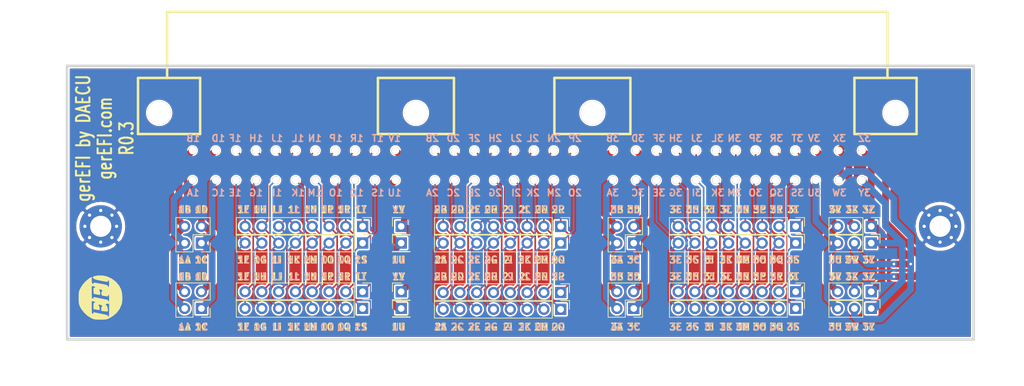
<source format=kicad_pcb>
(kicad_pcb (version 20171130) (host pcbnew "(5.1.8)-1")
  (title_block (title "ECU adapter") (date 2017-02-05) (rev R0.2) (company DAECU))
  (layers (0 F.Cu signal) (31 B.Cu signal) (34 B.Paste user) (35 F.Paste user) (36 B.SilkS user) (37 F.SilkS user) (38 B.Mask user) (39 F.Mask user) (44 Edge.Cuts user))
  (net 0 "")
  (net 1 GND)
  (net 2 "Net-(P1-Pad1)")
  (net 3 "Net-(P1-Pad2)")
  (net 4 "Net-(P1-Pad3)")
  (net 5 "Net-(P14-Pad1)")
  (net 6 "Net-(P14-Pad2)")
  (net 7 "Net-(P14-Pad3)")
  (net 8 "Net-(P19-Pad1)")
  (net 9 "Net-(P20-Pad1)")
  (net 10 "Net-(P25-Pad61)")
  (net 11 "Net-(P25-Pad53)")
  (net 12 "Net-(P25-Pad54)")
  (net 13 "Net-(P25-Pad62)")
  (net 14 "Net-(P25-Pad64)")
  (net 15 "Net-(P25-Pad56)")
  (net 16 "Net-(P25-Pad55)")
  (net 17 "Net-(P25-Pad63)")
  (net 18 "Net-(P25-Pad59)")
  (net 19 "Net-(P25-Pad51)")
  (net 20 "Net-(P25-Pad52)")
  (net 21 "Net-(P25-Pad60)")
  (net 22 "Net-(P25-Pad58)")
  (net 23 "Net-(P25-Pad50)")
  (net 24 "Net-(P25-Pad49)")
  (net 25 "Net-(P25-Pad57)")
  (net 26 "Net-(P25-Pad45)")
  (net 27 "Net-(P25-Pad37)")
  (net 28 "Net-(P25-Pad38)")
  (net 29 "Net-(P25-Pad46)")
  (net 30 "Net-(P25-Pad48)")
  (net 31 "Net-(P25-Pad40)")
  (net 32 "Net-(P25-Pad39)")
  (net 33 "Net-(P25-Pad47)")
  (net 34 "Net-(P25-Pad43)")
  (net 35 "Net-(P25-Pad35)")
  (net 36 "Net-(P25-Pad36)")
  (net 37 "Net-(P25-Pad44)")
  (net 38 "Net-(P25-Pad42)")
  (net 39 "Net-(P25-Pad34)")
  (net 40 "Net-(P25-Pad33)")
  (net 41 "Net-(P25-Pad41)")
  (net 42 "Net-(P25-Pad21)")
  (net 43 "Net-(P25-Pad29)")
  (net 44 "Net-(P25-Pad22)")
  (net 45 "Net-(P25-Pad30)")
  (net 46 "Net-(P25-Pad24)")
  (net 47 "Net-(P25-Pad32)")
  (net 48 "Net-(P25-Pad23)")
  (net 49 "Net-(P25-Pad31)")
  (net 50 "Net-(P25-Pad19)")
  (net 51 "Net-(P25-Pad27)")
  (net 52 "Net-(P25-Pad20)")
  (net 53 "Net-(P25-Pad28)")
  (net 54 "Net-(P25-Pad18)")
  (net 55 "Net-(P25-Pad26)")
  (net 56 "Net-(P25-Pad17)")
  (net 57 "Net-(P25-Pad25)")
  (net 58 "Net-(P25-Pad16)")
  (net 59 "Net-(P25-Pad14)")
  (net 60 "Net-(P25-Pad13)")
  (net 61 "Net-(P25-Pad15)")
  (net 62 "Net-(P25-Pad10)")
  (net 63 "Net-(P25-Pad9)")
  (net 64 "Net-(P25-Pad8)")
  (net 65 "Net-(P25-Pad7)")
  (module MountingHole:MountingHole_3.2mm_M3_Pad_Via (layer F.Cu) (at 182.88 64.77)
    (fp_text reference H2 hide)
    (fp_text value MountingHole_Pad)
    (pad 1 thru_hole circle (at 1.697056 -1.697056) (size 0.8 0.8) (drill 0.5) (layers *.Cu *.Mask) (net 1 GND))
    (pad 1 thru_hole circle (at 0 -2.4) (size 0.8 0.8) (drill 0.5) (layers *.Cu *.Mask) (net 1 GND))
    (pad 1 thru_hole circle (at -1.697056 -1.697056) (size 0.8 0.8) (drill 0.5) (layers *.Cu *.Mask) (net 1 GND))
    (pad 1 thru_hole circle (at -2.4 0) (size 0.8 0.8) (drill 0.5) (layers *.Cu *.Mask) (net 1 GND))
    (pad 1 thru_hole circle (at -1.697056 1.697056) (size 0.8 0.8) (drill 0.5) (layers *.Cu *.Mask) (net 1 GND))
    (pad 1 thru_hole circle (at 0 2.4) (size 0.8 0.8) (drill 0.5) (layers *.Cu *.Mask) (net 1 GND))
    (pad 1 thru_hole circle (at 1.697056 1.697056) (size 0.8 0.8) (drill 0.5) (layers *.Cu *.Mask) (net 1 GND))
    (pad 1 thru_hole circle (at 2.4 0) (size 0.8 0.8) (drill 0.5) (layers *.Cu *.Mask) (net 1 GND))
    (pad 1 thru_hole circle (at 0 0) (size 6.4 6.4) (drill 3.2) (layers *.Cu *.Mask) (net 1 GND))
  )
  (module MountingHole:MountingHole_3.2mm_M3_Pad_Via (layer F.Cu) (at 55.88 64.77)
    (fp_text reference H1 hide)
    (fp_text value MountingHole_Pad)
    (pad 1 thru_hole circle (at 1.697056 -1.697056) (size 0.8 0.8) (drill 0.5) (layers *.Cu *.Mask) (net 1 GND))
    (pad 1 thru_hole circle (at 0 -2.4) (size 0.8 0.8) (drill 0.5) (layers *.Cu *.Mask) (net 1 GND))
    (pad 1 thru_hole circle (at -1.697056 -1.697056) (size 0.8 0.8) (drill 0.5) (layers *.Cu *.Mask) (net 1 GND))
    (pad 1 thru_hole circle (at -2.4 0) (size 0.8 0.8) (drill 0.5) (layers *.Cu *.Mask) (net 1 GND))
    (pad 1 thru_hole circle (at -1.697056 1.697056) (size 0.8 0.8) (drill 0.5) (layers *.Cu *.Mask) (net 1 GND))
    (pad 1 thru_hole circle (at 0 2.4) (size 0.8 0.8) (drill 0.5) (layers *.Cu *.Mask) (net 1 GND))
    (pad 1 thru_hole circle (at 1.697056 1.697056) (size 0.8 0.8) (drill 0.5) (layers *.Cu *.Mask) (net 1 GND))
    (pad 1 thru_hole circle (at 2.4 0) (size 0.8 0.8) (drill 0.5) (layers *.Cu *.Mask) (net 1 GND))
    (pad 1 thru_hole circle (at 0 0) (size 6.4 6.4) (drill 3.2) (layers *.Cu *.Mask) (net 1 GND))
  )
  (module Connector_PinHeader_2.54mm:PinHeader_2x02_P2.54mm_Vertical (layer F.Cu) (at 136.525 67.31 180)
    (fp_text reference P4 hide)
    (fp_text value Conn_01x04_Male)
    (pad 4 thru_hole oval (at 2.54 2.54 180) (size 1.7 1.7) (drill 1) (layers *.Cu *.Mask) (net 62 "Net-(P25-Pad10)"))
    (pad 3 thru_hole oval (at 0 2.54 180) (size 1.7 1.7) (drill 1) (layers *.Cu *.Mask) (net 63 "Net-(P25-Pad9)"))
    (pad 2 thru_hole oval (at 2.54 0 180) (size 1.7 1.7) (drill 1) (layers *.Cu *.Mask) (net 64 "Net-(P25-Pad8)"))
    (pad 1 thru_hole rect (at 0 0 180) (size 1.7 1.7) (drill 1) (layers *.Cu *.Mask) (net 65 "Net-(P25-Pad7)"))
  )
  (module Connector_PinHeader_2.54mm:PinHeader_2x02_P2.54mm_Vertical (layer F.Cu) (at 136.525 77.216 180)
    (fp_text reference P3 hide)
    (fp_text value Conn_01x04_Male)
    (pad 4 thru_hole oval (at 2.54 2.54 180) (size 1.7 1.7) (drill 1) (layers *.Cu *.Mask) (net 62 "Net-(P25-Pad10)"))
    (pad 3 thru_hole oval (at 0 2.54 180) (size 1.7 1.7) (drill 1) (layers *.Cu *.Mask) (net 63 "Net-(P25-Pad9)"))
    (pad 2 thru_hole oval (at 2.54 0 180) (size 1.7 1.7) (drill 1) (layers *.Cu *.Mask) (net 64 "Net-(P25-Pad8)"))
    (pad 1 thru_hole rect (at 0 0 180) (size 1.7 1.7) (drill 1) (layers *.Cu *.Mask) (net 65 "Net-(P25-Pad7)"))
  )
  (module Connector_PinHeader_2.54mm:PinHeader_2x02_P2.54mm_Vertical (layer F.Cu) (at 71.12 67.31 180)
    (fp_text reference P43 hide)
    (fp_text value Conn_01x04_Male)
    (pad 4 thru_hole oval (at 2.54 2.54 180) (size 1.7 1.7) (drill 1) (layers *.Cu *.Mask) (net 58 "Net-(P25-Pad16)"))
    (pad 3 thru_hole oval (at 0 2.54 180) (size 1.7 1.7) (drill 1) (layers *.Cu *.Mask) (net 61 "Net-(P25-Pad15)"))
    (pad 2 thru_hole oval (at 2.54 0 180) (size 1.7 1.7) (drill 1) (layers *.Cu *.Mask) (net 59 "Net-(P25-Pad14)"))
    (pad 1 thru_hole rect (at 0 0 180) (size 1.7 1.7) (drill 1) (layers *.Cu *.Mask) (net 60 "Net-(P25-Pad13)"))
  )
  (module Connector_PinHeader_2.54mm:PinHeader_2x02_P2.54mm_Vertical (layer F.Cu) (at 71.12 77.216 180)
    (fp_text reference P42 hide)
    (fp_text value Conn_01x04_Male)
    (pad 4 thru_hole oval (at 2.54 2.54 180) (size 1.7 1.7) (drill 1) (layers *.Cu *.Mask) (net 58 "Net-(P25-Pad16)"))
    (pad 3 thru_hole oval (at 0 2.54 180) (size 1.7 1.7) (drill 1) (layers *.Cu *.Mask) (net 61 "Net-(P25-Pad15)"))
    (pad 2 thru_hole oval (at 2.54 0 180) (size 1.7 1.7) (drill 1) (layers *.Cu *.Mask) (net 59 "Net-(P25-Pad14)"))
    (pad 1 thru_hole rect (at 0 0 180) (size 1.7 1.7) (drill 1) (layers *.Cu *.Mask) (net 60 "Net-(P25-Pad13)"))
  )
  (module gerefi_lib:LOGO (layer F.Cu) (at 55.88 75.565 90)
    (fp_text reference G1 hide)
    (fp_text value LOGO hide)
  )
  (module Connector_PinHeader_2.54mm:PinHeader_1x03_P2.54mm_Vertical (layer F.Cu) (at 172.466 77.216 270)
    (fp_text reference P1 hide)
    (fp_text value CONN_3)
    (pad 1 thru_hole rect (at 0 0 270) (size 1.7 1.7) (drill 1) (layers *.Cu *.Mask) (net 2 "Net-(P1-Pad1)"))
    (pad 2 thru_hole oval (at 0 2.54 270) (size 1.7 1.7) (drill 1) (layers *.Cu *.Mask) (net 3 "Net-(P1-Pad2)"))
    (pad 3 thru_hole oval (at 0 5.08 270) (size 1.7 1.7) (drill 1) (layers *.Cu *.Mask) (net 4 "Net-(P1-Pad3)"))
  )
  (module Connector_PinHeader_2.54mm:PinHeader_1x03_P2.54mm_Vertical (layer F.Cu) (at 172.466 74.676 270)
    (fp_text reference P2 hide)
    (fp_text value CONN_3)
    (pad 3 thru_hole oval (at 0 5.08 270) (size 1.7 1.7) (drill 1) (layers *.Cu *.Mask) (net 7 "Net-(P14-Pad3)"))
    (pad 2 thru_hole oval (at 0 2.54 270) (size 1.7 1.7) (drill 1) (layers *.Cu *.Mask) (net 6 "Net-(P14-Pad2)"))
    (pad 1 thru_hole rect (at 0 0 270) (size 1.7 1.7) (drill 1) (layers *.Cu *.Mask) (net 5 "Net-(P14-Pad1)"))
  )
  (module Connector_PinHeader_2.54mm:PinHeader_1x01_P2.54mm_Vertical (layer F.Cu) (at 101.346 77.216)
    (fp_text reference P7 hide)
    (fp_text value CONN_1)
    (pad 1 thru_hole rect (at 0 0) (size 1.7 1.7) (drill 1) (layers *.Cu *.Mask) (net 8 "Net-(P19-Pad1)"))
  )
  (module Connector_PinHeader_2.54mm:PinHeader_1x01_P2.54mm_Vertical (layer F.Cu) (at 101.346 74.676)
    (fp_text reference P8 hide)
    (fp_text value CONN_1)
    (pad 1 thru_hole rect (at 0 0) (size 1.7 1.7) (drill 1) (layers *.Cu *.Mask) (net 9 "Net-(P20-Pad1)"))
  )
  (module Connector_PinHeader_2.54mm:PinHeader_1x03_P2.54mm_Vertical (layer F.Cu) (at 172.466 67.31 270)
    (fp_text reference P13 hide)
    (fp_text value CONN_3)
    (pad 3 thru_hole oval (at 0 5.08 270) (size 1.7 1.7) (drill 1) (layers *.Cu *.Mask) (net 4 "Net-(P1-Pad3)"))
    (pad 2 thru_hole oval (at 0 2.54 270) (size 1.7 1.7) (drill 1) (layers *.Cu *.Mask) (net 3 "Net-(P1-Pad2)"))
    (pad 1 thru_hole rect (at 0 0 270) (size 1.7 1.7) (drill 1) (layers *.Cu *.Mask) (net 2 "Net-(P1-Pad1)"))
  )
  (module Connector_PinHeader_2.54mm:PinHeader_1x03_P2.54mm_Vertical (layer F.Cu) (at 172.466 64.77 270)
    (fp_text reference P14 hide)
    (fp_text value CONN_3)
    (pad 1 thru_hole rect (at 0 0 270) (size 1.7 1.7) (drill 1) (layers *.Cu *.Mask) (net 5 "Net-(P14-Pad1)"))
    (pad 2 thru_hole oval (at 0 2.54 270) (size 1.7 1.7) (drill 1) (layers *.Cu *.Mask) (net 6 "Net-(P14-Pad2)"))
    (pad 3 thru_hole oval (at 0 5.08 270) (size 1.7 1.7) (drill 1) (layers *.Cu *.Mask) (net 7 "Net-(P14-Pad3)"))
  )
  (module Connector_PinHeader_2.54mm:PinHeader_1x01_P2.54mm_Vertical (layer F.Cu) (at 101.346 67.31)
    (fp_text reference P19 hide)
    (fp_text value CONN_1)
    (pad 1 thru_hole rect (at 0 0) (size 1.7 1.7) (drill 1) (layers *.Cu *.Mask) (net 8 "Net-(P19-Pad1)"))
  )
  (module Connector_PinHeader_2.54mm:PinHeader_1x01_P2.54mm_Vertical (layer F.Cu) (at 101.346 64.77)
    (fp_text reference P20 hide)
    (fp_text value CONN_1)
    (pad 1 thru_hole rect (at 0 0) (size 1.7 1.7) (drill 1) (layers *.Cu *.Mask) (net 9 "Net-(P20-Pad1)"))
  )
  (module 0176122-06:176122-6 (layer F.Cu) (at 179.324 57.785)
    (fp_text reference P25 hide)
    (fp_text value 0176122-06 hide)
    (pad 16 thru_hole circle (at -109.54766 -4.50088 180) (size 1.15062 1.15062) (drill 1.09982) (layers *.Cu *.Mask F.SilkS) (net 58 "Net-(P25-Pad16)"))
    (pad 14 thru_hole circle (at -109.54766 0) (size 1.15062 1.15062) (drill 1.09982) (layers *.Cu *.Mask F.SilkS) (net 59 "Net-(P25-Pad14)"))
    (pad 13 thru_hole circle (at -106.05008 0) (size 1.15062 1.15062) (drill 1.09982) (layers *.Cu *.Mask F.SilkS) (net 60 "Net-(P25-Pad13)"))
    (pad 15 thru_hole circle (at -106.05008 -4.50088 180) (size 1.15062 1.15062) (drill 1.09982) (layers *.Cu *.Mask F.SilkS) (net 61 "Net-(P25-Pad15)"))
    (pad 61 thru_hole circle (at -93.94952 -4.50088 180) (size 1.15062 1.15062) (drill 1.09982) (layers *.Cu *.Mask F.SilkS) (net 10 "Net-(P25-Pad61)"))
    (pad 53 thru_hole circle (at -93.94952 0) (size 1.15062 1.15062) (drill 1.09982) (layers *.Cu *.Mask F.SilkS) (net 11 "Net-(P25-Pad53)"))
    (pad 54 thru_hole circle (at -96.94926 0) (size 1.15062 1.15062) (drill 1.09982) (layers *.Cu *.Mask F.SilkS) (net 12 "Net-(P25-Pad54)"))
    (pad 62 thru_hole circle (at -96.94926 -4.50088 180) (size 1.15062 1.15062) (drill 1.09982) (layers *.Cu *.Mask F.SilkS) (net 13 "Net-(P25-Pad62)"))
    (pad 64 thru_hole circle (at -102.94874 -4.50088 180) (size 1.15062 1.15062) (drill 1.09982) (layers *.Cu *.Mask F.SilkS) (net 14 "Net-(P25-Pad64)"))
    (pad 56 thru_hole circle (at -102.94874 0) (size 1.15062 1.15062) (drill 1.09982) (layers *.Cu *.Mask F.SilkS) (net 15 "Net-(P25-Pad56)"))
    (pad 55 thru_hole circle (at -99.949 0) (size 1.15062 1.15062) (drill 1.09982) (layers *.Cu *.Mask F.SilkS) (net 16 "Net-(P25-Pad55)"))
    (pad 63 thru_hole circle (at -99.949 -4.50088 180) (size 1.15062 1.15062) (drill 1.09982) (layers *.Cu *.Mask F.SilkS) (net 17 "Net-(P25-Pad63)"))
    (pad 59 thru_hole circle (at -87.95004 -4.50088 180) (size 1.15062 1.15062) (drill 1.09982) (layers *.Cu *.Mask F.SilkS) (net 18 "Net-(P25-Pad59)"))
    (pad 51 thru_hole circle (at -87.95004 0) (size 1.15062 1.15062) (drill 1.09982) (layers *.Cu *.Mask F.SilkS) (net 19 "Net-(P25-Pad51)"))
    (pad 52 thru_hole circle (at -90.94978 0) (size 1.15062 1.15062) (drill 1.09982) (layers *.Cu *.Mask F.SilkS) (net 20 "Net-(P25-Pad52)"))
    (pad 60 thru_hole circle (at -90.94978 -4.50088 180) (size 1.15062 1.15062) (drill 1.09982) (layers *.Cu *.Mask F.SilkS) (net 21 "Net-(P25-Pad60)"))
    (pad 58 thru_hole circle (at -84.9503 -4.50088 180) (size 1.15062 1.15062) (drill 1.09982) (layers *.Cu *.Mask F.SilkS) (net 22 "Net-(P25-Pad58)"))
    (pad 50 thru_hole circle (at -84.9503 0) (size 1.15062 1.15062) (drill 1.09982) (layers *.Cu *.Mask F.SilkS) (net 23 "Net-(P25-Pad50)"))
    (pad 49 thru_hole circle (at -81.95056 0) (size 1.15062 1.15062) (drill 1.09982) (layers *.Cu *.Mask F.SilkS) (net 24 "Net-(P25-Pad49)"))
    (pad 57 thru_hole circle (at -81.95056 -4.50088 180) (size 1.15062 1.15062) (drill 1.09982) (layers *.Cu *.Mask F.SilkS) (net 25 "Net-(P25-Pad57)"))
    (pad 45 thru_hole circle (at -63.90132 -4.50088 180) (size 1.15062 1.15062) (drill 1.09982) (layers *.Cu *.Mask F.SilkS) (net 26 "Net-(P25-Pad45)"))
    (pad 37 thru_hole circle (at -63.90132 0) (size 1.15062 1.15062) (drill 1.09982) (layers *.Cu *.Mask F.SilkS) (net 27 "Net-(P25-Pad37)"))
    (pad 38 thru_hole circle (at -66.90106 0) (size 1.15062 1.15062) (drill 1.09982) (layers *.Cu *.Mask F.SilkS) (net 28 "Net-(P25-Pad38)"))
    (pad 46 thru_hole circle (at -66.90106 -4.50088 180) (size 1.15062 1.15062) (drill 1.09982) (layers *.Cu *.Mask F.SilkS) (net 29 "Net-(P25-Pad46)"))
    (pad 48 thru_hole circle (at -72.90054 -4.50088 180) (size 1.15062 1.15062) (drill 1.09982) (layers *.Cu *.Mask F.SilkS) (net 30 "Net-(P25-Pad48)"))
    (pad 40 thru_hole circle (at -72.90054 0) (size 1.15062 1.15062) (drill 1.09982) (layers *.Cu *.Mask F.SilkS) (net 31 "Net-(P25-Pad40)"))
    (pad 39 thru_hole circle (at -69.9008 0) (size 1.15062 1.15062) (drill 1.09982) (layers *.Cu *.Mask F.SilkS) (net 32 "Net-(P25-Pad39)"))
    (pad 47 thru_hole circle (at -69.9008 -4.50088 180) (size 1.15062 1.15062) (drill 1.09982) (layers *.Cu *.Mask F.SilkS) (net 33 "Net-(P25-Pad47)"))
    (pad 43 thru_hole circle (at -57.8993 -4.50088 180) (size 1.15062 1.15062) (drill 1.09982) (layers *.Cu *.Mask F.SilkS) (net 34 "Net-(P25-Pad43)"))
    (pad 35 thru_hole circle (at -57.8993 0) (size 1.15062 1.15062) (drill 1.09982) (layers *.Cu *.Mask F.SilkS) (net 35 "Net-(P25-Pad35)"))
    (pad 36 thru_hole circle (at -60.89904 0) (size 1.15062 1.15062) (drill 1.09982) (layers *.Cu *.Mask F.SilkS) (net 36 "Net-(P25-Pad36)"))
    (pad 44 thru_hole circle (at -60.89904 -4.50088 180) (size 1.15062 1.15062) (drill 1.09982) (layers *.Cu *.Mask F.SilkS) (net 37 "Net-(P25-Pad44)"))
    (pad 42 thru_hole circle (at -54.89956 -4.50088 180) (size 1.15062 1.15062) (drill 1.09982) (layers *.Cu *.Mask F.SilkS) (net 38 "Net-(P25-Pad42)"))
    (pad 34 thru_hole circle (at -54.89956 0) (size 1.15062 1.15062) (drill 1.09982) (layers *.Cu *.Mask F.SilkS) (net 39 "Net-(P25-Pad34)"))
    (pad 12 thru_hole circle (at -78.84922 -4.50088 180) (size 1.15062 1.15062) (drill 1.09982) (layers *.Cu *.Mask F.SilkS) (net 9 "Net-(P20-Pad1)"))
    (pad 11 thru_hole circle (at -78.84922 0) (size 1.15062 1.15062) (drill 1.09982) (layers *.Cu *.Mask F.SilkS) (net 8 "Net-(P19-Pad1)"))
    (pad 33 thru_hole circle (at -51.89982 0) (size 1.15062 1.15062) (drill 1.09982) (layers *.Cu *.Mask F.SilkS) (net 40 "Net-(P25-Pad33)"))
    (pad 41 thru_hole circle (at -51.89982 -4.50088 180) (size 1.15062 1.15062) (drill 1.09982) (layers *.Cu *.Mask F.SilkS) (net 41 "Net-(P25-Pad41)"))
    (pad 7 thru_hole circle (at -42.45356 0) (size 1.15062 1.15062) (drill 1.09982) (layers *.Cu *.Mask F.SilkS) (net 65 "Net-(P25-Pad7)"))
    (pad 9 thru_hole circle (at -42.45356 -4.50088 180) (size 1.15062 1.15062) (drill 1.09982) (layers *.Cu *.Mask F.SilkS) (net 63 "Net-(P25-Pad9)"))
    (pad 8 thru_hole circle (at -45.95368 0) (size 1.15062 1.15062) (drill 1.09982) (layers *.Cu *.Mask F.SilkS) (net 64 "Net-(P25-Pad8)"))
    (pad 10 thru_hole circle (at -45.95368 -4.50088 180) (size 1.15062 1.15062) (drill 1.09982) (layers *.Cu *.Mask F.SilkS) (net 62 "Net-(P25-Pad10)"))
    (pad 21 thru_hole circle (at -30.35046 0) (size 1.15062 1.15062) (drill 1.09982) (layers *.Cu *.Mask F.SilkS) (net 42 "Net-(P25-Pad21)"))
    (pad 29 thru_hole circle (at -30.35046 -4.50088 180) (size 1.15062 1.15062) (drill 1.09982) (layers *.Cu *.Mask F.SilkS) (net 43 "Net-(P25-Pad29)"))
    (pad 22 thru_hole circle (at -33.3502 0) (size 1.15062 1.15062) (drill 1.09982) (layers *.Cu *.Mask F.SilkS) (net 44 "Net-(P25-Pad22)"))
    (pad 30 thru_hole circle (at -33.3502 -4.50088 180) (size 1.15062 1.15062) (drill 1.09982) (layers *.Cu *.Mask F.SilkS) (net 45 "Net-(P25-Pad30)"))
    (pad 24 thru_hole circle (at -39.34968 0) (size 1.15062 1.15062) (drill 1.09982) (layers *.Cu *.Mask F.SilkS) (net 46 "Net-(P25-Pad24)"))
    (pad 32 thru_hole circle (at -39.34968 -4.50088 180) (size 1.15062 1.15062) (drill 1.09982) (layers *.Cu *.Mask F.SilkS) (net 47 "Net-(P25-Pad32)"))
    (pad 23 thru_hole circle (at -36.34994 0) (size 1.15062 1.15062) (drill 1.09982) (layers *.Cu *.Mask F.SilkS) (net 48 "Net-(P25-Pad23)"))
    (pad 31 thru_hole circle (at -36.34994 -4.50088 180) (size 1.15062 1.15062) (drill 1.09982) (layers *.Cu *.Mask F.SilkS) (net 49 "Net-(P25-Pad31)"))
    (pad 19 thru_hole circle (at -24.35098 0) (size 1.15062 1.15062) (drill 1.09982) (layers *.Cu *.Mask F.SilkS) (net 50 "Net-(P25-Pad19)"))
    (pad 27 thru_hole circle (at -24.35098 -4.50088 180) (size 1.15062 1.15062) (drill 1.09982) (layers *.Cu *.Mask F.SilkS) (net 51 "Net-(P25-Pad27)"))
    (pad 20 thru_hole circle (at -27.35072 0) (size 1.15062 1.15062) (drill 1.09982) (layers *.Cu *.Mask F.SilkS) (net 52 "Net-(P25-Pad20)"))
    (pad 28 thru_hole circle (at -27.35072 -4.50088 180) (size 1.15062 1.15062) (drill 1.09982) (layers *.Cu *.Mask F.SilkS) (net 53 "Net-(P25-Pad28)"))
    (pad 18 thru_hole circle (at -21.35124 0) (size 1.15062 1.15062) (drill 1.09982) (layers *.Cu *.Mask F.SilkS) (net 54 "Net-(P25-Pad18)"))
    (pad 26 thru_hole circle (at -21.35124 -4.50088 180) (size 1.15062 1.15062) (drill 1.09982) (layers *.Cu *.Mask F.SilkS) (net 55 "Net-(P25-Pad26)"))
    (pad 17 thru_hole circle (at -18.3515 0) (size 1.15062 1.15062) (drill 1.09982) (layers *.Cu *.Mask F.SilkS) (net 56 "Net-(P25-Pad17)"))
    (pad 25 thru_hole circle (at -18.3515 -4.50088 180) (size 1.15062 1.15062) (drill 1.09982) (layers *.Cu *.Mask F.SilkS) (net 57 "Net-(P25-Pad25)"))
    (pad 3 thru_hole circle (at -15.25016 0) (size 1.15062 1.15062) (drill 1.09982) (layers *.Cu *.Mask F.SilkS) (net 4 "Net-(P1-Pad3)"))
    (pad 6 thru_hole circle (at -15.25016 -4.50088 180) (size 1.15062 1.15062) (drill 1.09982) (layers *.Cu *.Mask F.SilkS) (net 7 "Net-(P14-Pad3)"))
    (pad 2 thru_hole circle (at -11.75004 0) (size 1.15062 1.15062) (drill 1.09982) (layers *.Cu *.Mask F.SilkS) (net 3 "Net-(P1-Pad2)"))
    (pad 5 thru_hole circle (at -11.75004 -4.50088 180) (size 1.15062 1.15062) (drill 1.09982) (layers *.Cu *.Mask F.SilkS) (net 6 "Net-(P14-Pad2)"))
    (pad "" thru_hole circle (at -114.59972 -10.20064) (size 3.50012 3.50012) (drill 3.50012) (layers *.Cu *.Mask F.SilkS))
    (pad "" thru_hole circle (at -75.75042 -10.20064) (size 3.50012 3.50012) (drill 3.50012) (layers *.Cu *.Mask F.SilkS))
    (pad "" thru_hole circle (at -49.04994 -10.20064) (size 3.50012 3.50012) (drill 3.50012) (layers *.Cu *.Mask F.SilkS))
    (pad 1 thru_hole circle (at -8.24992 0) (size 1.15062 1.15062) (drill 1.09982) (layers *.Cu *.Mask F.SilkS) (net 2 "Net-(P1-Pad1)"))
    (pad 4 thru_hole circle (at -8.24992 -4.50088 180) (size 1.15062 1.15062) (drill 1.09982) (layers *.Cu *.Mask F.SilkS) (net 5 "Net-(P14-Pad1)"))
    (pad "" thru_hole circle (at -3.2004 -10.20064) (size 3.50012 3.50012) (drill 3.50012) (layers *.Cu *.Mask F.SilkS))
  )
  (module Connector_PinHeader_2.54mm:PinHeader_1x08_P2.54mm_Vertical (layer F.Cu) (at 161.036 77.216 270)
    (fp_text reference P26 hide)
    (fp_text value CONN_8)
    (pad 1 thru_hole rect (at 0 0 270) (size 1.7 1.7) (drill 1) (layers *.Cu *.Mask) (net 56 "Net-(P25-Pad17)"))
    (pad 2 thru_hole oval (at 0 2.54 270) (size 1.7 1.7) (drill 1) (layers *.Cu *.Mask) (net 54 "Net-(P25-Pad18)"))
    (pad 3 thru_hole oval (at 0 5.08 270) (size 1.7 1.7) (drill 1) (layers *.Cu *.Mask) (net 50 "Net-(P25-Pad19)"))
    (pad 4 thru_hole oval (at 0 7.62 270) (size 1.7 1.7) (drill 1) (layers *.Cu *.Mask) (net 52 "Net-(P25-Pad20)"))
    (pad 5 thru_hole oval (at 0 10.16 270) (size 1.7 1.7) (drill 1) (layers *.Cu *.Mask) (net 42 "Net-(P25-Pad21)"))
    (pad 6 thru_hole oval (at 0 12.7 270) (size 1.7 1.7) (drill 1) (layers *.Cu *.Mask) (net 44 "Net-(P25-Pad22)"))
    (pad 7 thru_hole oval (at 0 15.24 270) (size 1.7 1.7) (drill 1) (layers *.Cu *.Mask) (net 48 "Net-(P25-Pad23)"))
    (pad 8 thru_hole oval (at 0 17.78 270) (size 1.7 1.7) (drill 1) (layers *.Cu *.Mask) (net 46 "Net-(P25-Pad24)"))
  )
  (module Connector_PinHeader_2.54mm:PinHeader_1x08_P2.54mm_Vertical (layer F.Cu) (at 161.036 74.676 270)
    (fp_text reference P27 hide)
    (fp_text value CONN_8)
    (pad 8 thru_hole oval (at 0 17.78 270) (size 1.7 1.7) (drill 1) (layers *.Cu *.Mask) (net 47 "Net-(P25-Pad32)"))
    (pad 7 thru_hole oval (at 0 15.24 270) (size 1.7 1.7) (drill 1) (layers *.Cu *.Mask) (net 49 "Net-(P25-Pad31)"))
    (pad 6 thru_hole oval (at 0 12.7 270) (size 1.7 1.7) (drill 1) (layers *.Cu *.Mask) (net 45 "Net-(P25-Pad30)"))
    (pad 5 thru_hole oval (at 0 10.16 270) (size 1.7 1.7) (drill 1) (layers *.Cu *.Mask) (net 43 "Net-(P25-Pad29)"))
    (pad 4 thru_hole oval (at 0 7.62 270) (size 1.7 1.7) (drill 1) (layers *.Cu *.Mask) (net 53 "Net-(P25-Pad28)"))
    (pad 3 thru_hole oval (at 0 5.08 270) (size 1.7 1.7) (drill 1) (layers *.Cu *.Mask) (net 51 "Net-(P25-Pad27)"))
    (pad 2 thru_hole oval (at 0 2.54 270) (size 1.7 1.7) (drill 1) (layers *.Cu *.Mask) (net 55 "Net-(P25-Pad26)"))
    (pad 1 thru_hole rect (at 0 0 270) (size 1.7 1.7) (drill 1) (layers *.Cu *.Mask) (net 57 "Net-(P25-Pad25)"))
  )
  (module Connector_PinHeader_2.54mm:PinHeader_1x08_P2.54mm_Vertical (layer F.Cu) (at 125.476 77.343 270)
    (fp_text reference P28 hide)
    (fp_text value CONN_8)
    (pad 8 thru_hole oval (at 0 17.78 270) (size 1.7 1.7) (drill 1) (layers *.Cu *.Mask) (net 31 "Net-(P25-Pad40)"))
    (pad 7 thru_hole oval (at 0 15.24 270) (size 1.7 1.7) (drill 1) (layers *.Cu *.Mask) (net 32 "Net-(P25-Pad39)"))
    (pad 6 thru_hole oval (at 0 12.7 270) (size 1.7 1.7) (drill 1) (layers *.Cu *.Mask) (net 28 "Net-(P25-Pad38)"))
    (pad 5 thru_hole oval (at 0 10.16 270) (size 1.7 1.7) (drill 1) (layers *.Cu *.Mask) (net 27 "Net-(P25-Pad37)"))
    (pad 4 thru_hole oval (at 0 7.62 270) (size 1.7 1.7) (drill 1) (layers *.Cu *.Mask) (net 36 "Net-(P25-Pad36)"))
    (pad 3 thru_hole oval (at 0 5.08 270) (size 1.7 1.7) (drill 1) (layers *.Cu *.Mask) (net 35 "Net-(P25-Pad35)"))
    (pad 2 thru_hole oval (at 0 2.54 270) (size 1.7 1.7) (drill 1) (layers *.Cu *.Mask) (net 39 "Net-(P25-Pad34)"))
    (pad 1 thru_hole rect (at 0 0 270) (size 1.7 1.7) (drill 1) (layers *.Cu *.Mask) (net 40 "Net-(P25-Pad33)"))
  )
  (module Connector_PinHeader_2.54mm:PinHeader_1x08_P2.54mm_Vertical (layer F.Cu) (at 125.476 74.803 270)
    (fp_text reference P29 hide)
    (fp_text value CONN_8)
    (pad 1 thru_hole rect (at 0 0 270) (size 1.7 1.7) (drill 1) (layers *.Cu *.Mask) (net 41 "Net-(P25-Pad41)"))
    (pad 2 thru_hole oval (at 0 2.54 270) (size 1.7 1.7) (drill 1) (layers *.Cu *.Mask) (net 38 "Net-(P25-Pad42)"))
    (pad 3 thru_hole oval (at 0 5.08 270) (size 1.7 1.7) (drill 1) (layers *.Cu *.Mask) (net 34 "Net-(P25-Pad43)"))
    (pad 4 thru_hole oval (at 0 7.62 270) (size 1.7 1.7) (drill 1) (layers *.Cu *.Mask) (net 37 "Net-(P25-Pad44)"))
    (pad 5 thru_hole oval (at 0 10.16 270) (size 1.7 1.7) (drill 1) (layers *.Cu *.Mask) (net 26 "Net-(P25-Pad45)"))
    (pad 6 thru_hole oval (at 0 12.7 270) (size 1.7 1.7) (drill 1) (layers *.Cu *.Mask) (net 29 "Net-(P25-Pad46)"))
    (pad 7 thru_hole oval (at 0 15.24 270) (size 1.7 1.7) (drill 1) (layers *.Cu *.Mask) (net 33 "Net-(P25-Pad47)"))
    (pad 8 thru_hole oval (at 0 17.78 270) (size 1.7 1.7) (drill 1) (layers *.Cu *.Mask) (net 30 "Net-(P25-Pad48)"))
  )
  (module Connector_PinHeader_2.54mm:PinHeader_1x08_P2.54mm_Vertical (layer F.Cu) (at 95.504 67.31 270)
    (fp_text reference P30 hide)
    (fp_text value CONN_8)
    (pad 1 thru_hole rect (at 0 0 270) (size 1.7 1.7) (drill 1) (layers *.Cu *.Mask) (net 24 "Net-(P25-Pad49)"))
    (pad 2 thru_hole oval (at 0 2.54 270) (size 1.7 1.7) (drill 1) (layers *.Cu *.Mask) (net 23 "Net-(P25-Pad50)"))
    (pad 3 thru_hole oval (at 0 5.08 270) (size 1.7 1.7) (drill 1) (layers *.Cu *.Mask) (net 19 "Net-(P25-Pad51)"))
    (pad 4 thru_hole oval (at 0 7.62 270) (size 1.7 1.7) (drill 1) (layers *.Cu *.Mask) (net 20 "Net-(P25-Pad52)"))
    (pad 5 thru_hole oval (at 0 10.16 270) (size 1.7 1.7) (drill 1) (layers *.Cu *.Mask) (net 11 "Net-(P25-Pad53)"))
    (pad 6 thru_hole oval (at 0 12.7 270) (size 1.7 1.7) (drill 1) (layers *.Cu *.Mask) (net 12 "Net-(P25-Pad54)"))
    (pad 7 thru_hole oval (at 0 15.24 270) (size 1.7 1.7) (drill 1) (layers *.Cu *.Mask) (net 16 "Net-(P25-Pad55)"))
    (pad 8 thru_hole oval (at 0 17.78 270) (size 1.7 1.7) (drill 1) (layers *.Cu *.Mask) (net 15 "Net-(P25-Pad56)"))
  )
  (module Connector_PinHeader_2.54mm:PinHeader_1x08_P2.54mm_Vertical (layer F.Cu) (at 95.504 64.77 270)
    (fp_text reference P31 hide)
    (fp_text value CONN_8)
    (pad 8 thru_hole oval (at 0 17.78 270) (size 1.7 1.7) (drill 1) (layers *.Cu *.Mask) (net 14 "Net-(P25-Pad64)"))
    (pad 7 thru_hole oval (at 0 15.24 270) (size 1.7 1.7) (drill 1) (layers *.Cu *.Mask) (net 17 "Net-(P25-Pad63)"))
    (pad 6 thru_hole oval (at 0 12.7 270) (size 1.7 1.7) (drill 1) (layers *.Cu *.Mask) (net 13 "Net-(P25-Pad62)"))
    (pad 5 thru_hole oval (at 0 10.16 270) (size 1.7 1.7) (drill 1) (layers *.Cu *.Mask) (net 10 "Net-(P25-Pad61)"))
    (pad 4 thru_hole oval (at 0 7.62 270) (size 1.7 1.7) (drill 1) (layers *.Cu *.Mask) (net 21 "Net-(P25-Pad60)"))
    (pad 3 thru_hole oval (at 0 5.08 270) (size 1.7 1.7) (drill 1) (layers *.Cu *.Mask) (net 18 "Net-(P25-Pad59)"))
    (pad 2 thru_hole oval (at 0 2.54 270) (size 1.7 1.7) (drill 1) (layers *.Cu *.Mask) (net 22 "Net-(P25-Pad58)"))
    (pad 1 thru_hole rect (at 0 0 270) (size 1.7 1.7) (drill 1) (layers *.Cu *.Mask) (net 25 "Net-(P25-Pad57)"))
  )
  (module Connector_PinHeader_2.54mm:PinHeader_1x08_P2.54mm_Vertical (layer F.Cu) (at 161.036 67.31 270)
    (fp_text reference P32 hide)
    (fp_text value CONN_8)
    (pad 8 thru_hole oval (at 0 17.78 270) (size 1.7 1.7) (drill 1) (layers *.Cu *.Mask) (net 46 "Net-(P25-Pad24)"))
    (pad 7 thru_hole oval (at 0 15.24 270) (size 1.7 1.7) (drill 1) (layers *.Cu *.Mask) (net 48 "Net-(P25-Pad23)"))
    (pad 6 thru_hole oval (at 0 12.7 270) (size 1.7 1.7) (drill 1) (layers *.Cu *.Mask) (net 44 "Net-(P25-Pad22)"))
    (pad 5 thru_hole oval (at 0 10.16 270) (size 1.7 1.7) (drill 1) (layers *.Cu *.Mask) (net 42 "Net-(P25-Pad21)"))
    (pad 4 thru_hole oval (at 0 7.62 270) (size 1.7 1.7) (drill 1) (layers *.Cu *.Mask) (net 52 "Net-(P25-Pad20)"))
    (pad 3 thru_hole oval (at 0 5.08 270) (size 1.7 1.7) (drill 1) (layers *.Cu *.Mask) (net 50 "Net-(P25-Pad19)"))
    (pad 2 thru_hole oval (at 0 2.54 270) (size 1.7 1.7) (drill 1) (layers *.Cu *.Mask) (net 54 "Net-(P25-Pad18)"))
    (pad 1 thru_hole rect (at 0 0 270) (size 1.7 1.7) (drill 1) (layers *.Cu *.Mask) (net 56 "Net-(P25-Pad17)"))
  )
  (module Connector_PinHeader_2.54mm:PinHeader_1x08_P2.54mm_Vertical (layer F.Cu) (at 161.036 64.77 270)
    (fp_text reference P33 hide)
    (fp_text value CONN_8)
    (pad 1 thru_hole rect (at 0 0 270) (size 1.7 1.7) (drill 1) (layers *.Cu *.Mask) (net 57 "Net-(P25-Pad25)"))
    (pad 2 thru_hole oval (at 0 2.54 270) (size 1.7 1.7) (drill 1) (layers *.Cu *.Mask) (net 55 "Net-(P25-Pad26)"))
    (pad 3 thru_hole oval (at 0 5.08 270) (size 1.7 1.7) (drill 1) (layers *.Cu *.Mask) (net 51 "Net-(P25-Pad27)"))
    (pad 4 thru_hole oval (at 0 7.62 270) (size 1.7 1.7) (drill 1) (layers *.Cu *.Mask) (net 53 "Net-(P25-Pad28)"))
    (pad 5 thru_hole oval (at 0 10.16 270) (size 1.7 1.7) (drill 1) (layers *.Cu *.Mask) (net 43 "Net-(P25-Pad29)"))
    (pad 6 thru_hole oval (at 0 12.7 270) (size 1.7 1.7) (drill 1) (layers *.Cu *.Mask) (net 45 "Net-(P25-Pad30)"))
    (pad 7 thru_hole oval (at 0 15.24 270) (size 1.7 1.7) (drill 1) (layers *.Cu *.Mask) (net 49 "Net-(P25-Pad31)"))
    (pad 8 thru_hole oval (at 0 17.78 270) (size 1.7 1.7) (drill 1) (layers *.Cu *.Mask) (net 47 "Net-(P25-Pad32)"))
  )
  (module Connector_PinHeader_2.54mm:PinHeader_1x08_P2.54mm_Vertical (layer F.Cu) (at 125.476 67.31 270)
    (fp_text reference P34 hide)
    (fp_text value CONN_8)
    (pad 1 thru_hole rect (at 0 0 270) (size 1.7 1.7) (drill 1) (layers *.Cu *.Mask) (net 40 "Net-(P25-Pad33)"))
    (pad 2 thru_hole oval (at 0 2.54 270) (size 1.7 1.7) (drill 1) (layers *.Cu *.Mask) (net 39 "Net-(P25-Pad34)"))
    (pad 3 thru_hole oval (at 0 5.08 270) (size 1.7 1.7) (drill 1) (layers *.Cu *.Mask) (net 35 "Net-(P25-Pad35)"))
    (pad 4 thru_hole oval (at 0 7.62 270) (size 1.7 1.7) (drill 1) (layers *.Cu *.Mask) (net 36 "Net-(P25-Pad36)"))
    (pad 5 thru_hole oval (at 0 10.16 270) (size 1.7 1.7) (drill 1) (layers *.Cu *.Mask) (net 27 "Net-(P25-Pad37)"))
    (pad 6 thru_hole oval (at 0 12.7 270) (size 1.7 1.7) (drill 1) (layers *.Cu *.Mask) (net 28 "Net-(P25-Pad38)"))
    (pad 7 thru_hole oval (at 0 15.24 270) (size 1.7 1.7) (drill 1) (layers *.Cu *.Mask) (net 32 "Net-(P25-Pad39)"))
    (pad 8 thru_hole oval (at 0 17.78 270) (size 1.7 1.7) (drill 1) (layers *.Cu *.Mask) (net 31 "Net-(P25-Pad40)"))
  )
  (module Connector_PinHeader_2.54mm:PinHeader_1x08_P2.54mm_Vertical (layer F.Cu) (at 125.476 64.77 270)
    (fp_text reference P35 hide)
    (fp_text value CONN_8)
    (pad 8 thru_hole oval (at 0 17.78 270) (size 1.7 1.7) (drill 1) (layers *.Cu *.Mask) (net 30 "Net-(P25-Pad48)"))
    (pad 7 thru_hole oval (at 0 15.24 270) (size 1.7 1.7) (drill 1) (layers *.Cu *.Mask) (net 33 "Net-(P25-Pad47)"))
    (pad 6 thru_hole oval (at 0 12.7 270) (size 1.7 1.7) (drill 1) (layers *.Cu *.Mask) (net 29 "Net-(P25-Pad46)"))
    (pad 5 thru_hole oval (at 0 10.16 270) (size 1.7 1.7) (drill 1) (layers *.Cu *.Mask) (net 26 "Net-(P25-Pad45)"))
    (pad 4 thru_hole oval (at 0 7.62 270) (size 1.7 1.7) (drill 1) (layers *.Cu *.Mask) (net 37 "Net-(P25-Pad44)"))
    (pad 3 thru_hole oval (at 0 5.08 270) (size 1.7 1.7) (drill 1) (layers *.Cu *.Mask) (net 34 "Net-(P25-Pad43)"))
    (pad 2 thru_hole oval (at 0 2.54 270) (size 1.7 1.7) (drill 1) (layers *.Cu *.Mask) (net 38 "Net-(P25-Pad42)"))
    (pad 1 thru_hole rect (at 0 0 270) (size 1.7 1.7) (drill 1) (layers *.Cu *.Mask) (net 41 "Net-(P25-Pad41)"))
  )
  (module Connector_PinHeader_2.54mm:PinHeader_1x08_P2.54mm_Vertical (layer F.Cu) (at 95.504 77.216 270)
    (fp_text reference P36 hide)
    (fp_text value CONN_8)
    (pad 8 thru_hole oval (at 0 17.78 270) (size 1.7 1.7) (drill 1) (layers *.Cu *.Mask) (net 15 "Net-(P25-Pad56)"))
    (pad 7 thru_hole oval (at 0 15.24 270) (size 1.7 1.7) (drill 1) (layers *.Cu *.Mask) (net 16 "Net-(P25-Pad55)"))
    (pad 6 thru_hole oval (at 0 12.7 270) (size 1.7 1.7) (drill 1) (layers *.Cu *.Mask) (net 12 "Net-(P25-Pad54)"))
    (pad 5 thru_hole oval (at 0 10.16 270) (size 1.7 1.7) (drill 1) (layers *.Cu *.Mask) (net 11 "Net-(P25-Pad53)"))
    (pad 4 thru_hole oval (at 0 7.62 270) (size 1.7 1.7) (drill 1) (layers *.Cu *.Mask) (net 20 "Net-(P25-Pad52)"))
    (pad 3 thru_hole oval (at 0 5.08 270) (size 1.7 1.7) (drill 1) (layers *.Cu *.Mask) (net 19 "Net-(P25-Pad51)"))
    (pad 2 thru_hole oval (at 0 2.54 270) (size 1.7 1.7) (drill 1) (layers *.Cu *.Mask) (net 23 "Net-(P25-Pad50)"))
    (pad 1 thru_hole rect (at 0 0 270) (size 1.7 1.7) (drill 1) (layers *.Cu *.Mask) (net 24 "Net-(P25-Pad49)"))
  )
  (module Connector_PinHeader_2.54mm:PinHeader_1x08_P2.54mm_Vertical (layer F.Cu) (at 95.504 74.676 270)
    (fp_text reference P37 hide)
    (fp_text value CONN_8)
    (pad 1 thru_hole rect (at 0 0 270) (size 1.7 1.7) (drill 1) (layers *.Cu *.Mask) (net 25 "Net-(P25-Pad57)"))
    (pad 2 thru_hole oval (at 0 2.54 270) (size 1.7 1.7) (drill 1) (layers *.Cu *.Mask) (net 22 "Net-(P25-Pad58)"))
    (pad 3 thru_hole oval (at 0 5.08 270) (size 1.7 1.7) (drill 1) (layers *.Cu *.Mask) (net 18 "Net-(P25-Pad59)"))
    (pad 4 thru_hole oval (at 0 7.62 270) (size 1.7 1.7) (drill 1) (layers *.Cu *.Mask) (net 21 "Net-(P25-Pad60)"))
    (pad 5 thru_hole oval (at 0 10.16 270) (size 1.7 1.7) (drill 1) (layers *.Cu *.Mask) (net 10 "Net-(P25-Pad61)"))
    (pad 6 thru_hole oval (at 0 12.7 270) (size 1.7 1.7) (drill 1) (layers *.Cu *.Mask) (net 13 "Net-(P25-Pad62)"))
    (pad 7 thru_hole oval (at 0 15.24 270) (size 1.7 1.7) (drill 1) (layers *.Cu *.Mask) (net 17 "Net-(P25-Pad63)"))
    (pad 8 thru_hole oval (at 0 17.78 270) (size 1.7 1.7) (drill 1) (layers *.Cu *.Mask) (net 14 "Net-(P25-Pad64)"))
  )
  (gr_text "gerEFI by DAECU\ngerEFI.com\nR0.3" (at 56.515 51.435 90) (layer F.SilkS) (effects (font (size 2.032 1.524) (thickness 0.3048))))
  (gr_text 2B (at 106.045 51.435) (layer B.SilkS) (effects (font (size 1.016 1.016) (thickness 0.22352)) (justify mirror)))
  (gr_text 2K (at 121.285 59.69) (layer B.SilkS) (effects (font (size 1.016 1.016) (thickness 0.22352)) (justify mirror)))
  (gr_text 1Q (at 94.615 59.69) (layer B.SilkS) (effects (font (size 1.016 1.016) (thickness 0.22352)) (justify mirror)))
  (gr_text 1K (at 85.725 59.69) (layer B.SilkS) (effects (font (size 1.016 1.016) (thickness 0.22352)) (justify mirror)))
  (gr_text 1I (at 82.55 59.69) (layer B.SilkS) (effects (font (size 1.016 1.016) (thickness 0.22352)) (justify mirror)))
  (gr_text 3E (at 140.335 59.69) (layer B.SilkS) (effects (font (size 1.016 1.016) (thickness 0.22352)) (justify mirror)))
  (gr_text 2A (at 106.045 59.69) (layer B.SilkS) (effects (font (size 1.016 1.016) (thickness 0.22352)) (justify mirror)))
  (gr_text 3W (at 167.64 59.69) (layer B.SilkS) (effects (font (size 1.016 1.016) (thickness 0.22352)) (justify mirror)))
  (gr_text 1M (at 88.265 59.69) (layer B.SilkS) (effects (font (size 1.016 1.016) (thickness 0.22352)) (justify mirror)))
  (gr_text 3M (at 151.765 59.69) (layer B.SilkS) (effects (font (size 1.016 1.016) (thickness 0.22352)) (justify mirror)))
  (gr_text 2F (at 112.395 51.435) (layer B.SilkS) (effects (font (size 1.016 1.016) (thickness 0.22352)) (justify mirror)))
  (gr_text 2J (at 118.745 51.435) (layer B.SilkS) (effects (font (size 1.016 1.016) (thickness 0.22352)) (justify mirror)))
  (gr_text 3R (at 158.115 51.435) (layer B.SilkS) (effects (font (size 1.016 1.016) (thickness 0.22352)) (justify mirror)))
  (gr_text 3Z (at 171.45 51.435) (layer B.SilkS) (effects (font (size 1.016 1.016) (thickness 0.22352)) (justify mirror)))
  (gr_text 3K (at 149.225 59.69) (layer B.SilkS) (effects (font (size 1.016 1.016) (thickness 0.22352)) (justify mirror)))
  (gr_text 3J (at 146.05 51.435) (layer B.SilkS) (effects (font (size 1.016 1.016) (thickness 0.22352)) (justify mirror)))
  (gr_text 3V (at 163.83 51.435) (layer B.SilkS) (effects (font (size 1.016 1.016) (thickness 0.22352)) (justify mirror)))
  (gr_text 2N (at 124.46 51.435) (layer B.SilkS) (effects (font (size 1.016 1.016) (thickness 0.22352)) (justify mirror)))
  (gr_text 3U (at 163.83 59.69) (layer B.SilkS) (effects (font (size 1.016 1.016) (thickness 0.22352)) (justify mirror)))
  (gr_text 3X (at 167.64 51.435) (layer B.SilkS) (effects (font (size 1.016 1.016) (thickness 0.22352)) (justify mirror)))
  (gr_text 3N (at 151.765 51.435) (layer B.SilkS) (effects (font (size 1.016 1.016) (thickness 0.22352)) (justify mirror)))
  (gr_text 2P (at 127.635 51.435) (layer B.SilkS) (effects (font (size 1.016 1.016) (thickness 0.22352)) (justify mirror)))
  (gr_text 2H (at 115.57 51.435) (layer B.SilkS) (effects (font (size 1.016 1.016) (thickness 0.22352)) (justify mirror)))
  (gr_text 2L (at 121.285 51.435) (layer B.SilkS) (effects (font (size 1.016 1.016) (thickness 0.22352)) (justify mirror)))
  (gr_text 3P (at 154.94 51.435) (layer B.SilkS) (effects (font (size 1.016 1.016) (thickness 0.22352)) (justify mirror)))
  (gr_text 3L (at 149.225 51.435) (layer B.SilkS) (effects (font (size 1.016 1.016) (thickness 0.22352)) (justify mirror)))
  (gr_text 3G (at 142.875 59.69) (layer B.SilkS) (effects (font (size 1.016 1.016) (thickness 0.22352)) (justify mirror)))
  (gr_text 2D (at 109.22 51.435) (layer B.SilkS) (effects (font (size 1.016 1.016) (thickness 0.22352)) (justify mirror)))
  (gr_text 1O (at 91.44 59.69) (layer B.SilkS) (effects (font (size 1.016 1.016) (thickness 0.22352)) (justify mirror)))
  (gr_text 3Q (at 158.115 59.69) (layer B.SilkS) (effects (font (size 1.016 1.016) (thickness 0.22352)) (justify mirror)))
  (gr_text 3S (at 161.29 59.69) (layer B.SilkS) (effects (font (size 1.016 1.016) (thickness 0.22352)) (justify mirror)))
  (gr_text 3T (at 161.29 51.435) (layer B.SilkS) (effects (font (size 1.016 1.016) (thickness 0.22352)) (justify mirror)))
  (gr_text 3H (at 142.875 51.435) (layer B.SilkS) (effects (font (size 1.016 1.016) (thickness 0.22352)) (justify mirror)))
  (gr_text 1G (at 79.375 59.69) (layer B.SilkS) (effects (font (size 1.016 1.016) (thickness 0.22352)) (justify mirror)))
  (gr_text 1R (at 94.615 51.435) (layer B.SilkS) (effects (font (size 1.016 1.016) (thickness 0.22352)) (justify mirror)))
  (gr_text 3I (at 146.05 59.69) (layer B.SilkS) (effects (font (size 1.016 1.016) (thickness 0.22352)) (justify mirror)))
  (gr_text 3D (at 137.16 51.435) (layer B.SilkS) (effects (font (size 1.016 1.016) (thickness 0.22352)) (justify mirror)))
  (gr_text 1T (at 97.79 51.435) (layer B.SilkS) (effects (font (size 1.016 1.016) (thickness 0.22352)) (justify mirror)))
  (gr_text 3F (at 140.335 51.435) (layer B.SilkS) (effects (font (size 1.016 1.016) (thickness 0.22352)) (justify mirror)))
  (gr_text 3O (at 154.94 59.69) (layer B.SilkS) (effects (font (size 1.016 1.016) (thickness 0.22352)) (justify mirror)))
  (gr_text 1A (at 69.85 59.69) (layer B.SilkS) (effects (font (size 1.016 1.016) (thickness 0.22352)) (justify mirror)))
  (gr_text 3C (at 137.16 59.69) (layer B.SilkS) (effects (font (size 1.016 1.016) (thickness 0.22352)) (justify mirror)))
  (gr_text 3B (at 133.35 51.435) (layer B.SilkS) (effects (font (size 1.016 1.016) (thickness 0.22352)) (justify mirror)))
  (gr_text 1S (at 97.79 59.69) (layer B.SilkS) (effects (font (size 1.016 1.016) (thickness 0.22352)) (justify mirror)))
  (gr_text 1U (at 100.33 59.69) (layer B.SilkS) (effects (font (size 1.016 1.016) (thickness 0.22352)) (justify mirror)))
  (gr_text 1N (at 88.265 51.435) (layer B.SilkS) (effects (font (size 1.016 1.016) (thickness 0.22352)) (justify mirror)))
  (gr_text 1F (at 76.2 51.435) (layer B.SilkS) (effects (font (size 1.016 1.016) (thickness 0.22352)) (justify mirror)))
  (gr_text 1B (at 69.85 51.435) (layer B.SilkS) (effects (font (size 1.016 1.016) (thickness 0.22352)) (justify mirror)))
  (gr_text 2G (at 115.57 59.69) (layer B.SilkS) (effects (font (size 1.016 1.016) (thickness 0.22352)) (justify mirror)))
  (gr_text 2I (at 118.745 59.69) (layer B.SilkS) (effects (font (size 1.016 1.016) (thickness 0.22352)) (justify mirror)))
  (gr_text 1J (at 82.55 51.435) (layer B.SilkS) (effects (font (size 1.016 1.016) (thickness 0.22352)) (justify mirror)))
  (gr_text 1V (at 100.33 51.435) (layer B.SilkS) (effects (font (size 1.016 1.016) (thickness 0.22352)) (justify mirror)))
  (gr_text 2O (at 127.635 59.69) (layer B.SilkS) (effects (font (size 1.016 1.016) (thickness 0.22352)) (justify mirror)))
  (gr_text 1L (at 85.725 51.435) (layer B.SilkS) (effects (font (size 1.016 1.016) (thickness 0.22352)) (justify mirror)))
  (gr_text 3Y (at 171.45 59.69) (layer B.SilkS) (effects (font (size 1.016 1.016) (thickness 0.22352)) (justify mirror)))
  (gr_text 2E (at 112.395 59.69) (layer B.SilkS) (effects (font (size 1.016 1.016) (thickness 0.22352)) (justify mirror)))
  (gr_text 1C (at 73.66 59.69) (layer B.SilkS) (effects (font (size 1.016 1.016) (thickness 0.22352)) (justify mirror)))
  (gr_text 1P (at 91.44 51.435) (layer B.SilkS) (effects (font (size 1.016 1.016) (thickness 0.22352)) (justify mirror)))
  (gr_text 3A (at 133.35 59.69) (layer B.SilkS) (effects (font (size 1.016 1.016) (thickness 0.22352)) (justify mirror)))
  (gr_text 1E (at 76.2 59.69) (layer B.SilkS) (effects (font (size 1.016 1.016) (thickness 0.22352)) (justify mirror)))
  (gr_text 1D (at 73.66 51.435) (layer B.SilkS) (effects (font (size 1.016 1.016) (thickness 0.22352)) (justify mirror)))
  (gr_text 2C (at 109.22 59.69) (layer B.SilkS) (effects (font (size 1.016 1.016) (thickness 0.22352)) (justify mirror)))
  (gr_text 1H (at 79.375 51.435) (layer B.SilkS) (effects (font (size 1.016 1.016) (thickness 0.22352)) (justify mirror)))
  (gr_text 2M (at 124.46 59.69) (layer B.SilkS) (effects (font (size 1.016 1.016) (thickness 0.22352)) (justify mirror)))
  (gr_text 2B (at 107.315 72.39) (layer B.SilkS) (effects (font (size 1.016 1.016) (thickness 0.22352)) (justify mirror)))
  (gr_text 2K (at 120.015 80.01) (layer B.SilkS) (effects (font (size 1.016 1.016) (thickness 0.22352)) (justify mirror)))
  (gr_text 1Q (at 92.71 80.01) (layer B.SilkS) (effects (font (size 1.016 1.016) (thickness 0.22352)) (justify mirror)))
  (gr_text 1K (at 85.09 80.01) (layer B.SilkS) (effects (font (size 1.016 1.016) (thickness 0.22352)) (justify mirror)))
  (gr_text 1I (at 82.55 80.01) (layer B.SilkS) (effects (font (size 1.016 1.016) (thickness 0.22352)) (justify mirror)))
  (gr_text 3E (at 142.875 80.01) (layer B.SilkS) (effects (font (size 1.016 1.016) (thickness 0.22352)) (justify mirror)))
  (gr_text 2A (at 107.315 80.01) (layer B.SilkS) (effects (font (size 1.016 1.016) (thickness 0.22352)) (justify mirror)))
  (gr_text 3W (at 169.545 80.01) (layer B.SilkS) (effects (font (size 1.016 1.016) (thickness 0.22352)) (justify mirror)))
  (gr_text 1M (at 87.63 80.01) (layer B.SilkS) (effects (font (size 1.016 1.016) (thickness 0.22352)) (justify mirror)))
  (gr_text 3M (at 153.035 80.01) (layer B.SilkS) (effects (font (size 1.016 1.016) (thickness 0.22352)) (justify mirror)))
  (gr_text 2F (at 112.395 72.39) (layer B.SilkS) (effects (font (size 1.016 1.016) (thickness 0.22352)) (justify mirror)))
  (gr_text 2J (at 117.475 72.39) (layer B.SilkS) (effects (font (size 1.016 1.016) (thickness 0.22352)) (justify mirror)))
  (gr_text 3R (at 158.115 72.39) (layer B.SilkS) (effects (font (size 1.016 1.016) (thickness 0.22352)) (justify mirror)))
  (gr_text 3Z (at 172.085 72.39) (layer B.SilkS) (effects (font (size 1.016 1.016) (thickness 0.22352)) (justify mirror)))
  (gr_text 3K (at 150.495 80.01) (layer B.SilkS) (effects (font (size 1.016 1.016) (thickness 0.22352)) (justify mirror)))
  (gr_text 3J (at 147.955 72.39) (layer B.SilkS) (effects (font (size 1.016 1.016) (thickness 0.22352)) (justify mirror)))
  (gr_text 3V (at 167.005 72.39) (layer B.SilkS) (effects (font (size 1.016 1.016) (thickness 0.22352)) (justify mirror)))
  (gr_text 2N (at 122.555 72.39) (layer B.SilkS) (effects (font (size 1.016 1.016) (thickness 0.22352)) (justify mirror)))
  (gr_text 3U (at 167.005 80.01) (layer B.SilkS) (effects (font (size 1.016 1.016) (thickness 0.22352)) (justify mirror)))
  (gr_text 3X (at 169.545 72.39) (layer B.SilkS) (effects (font (size 1.016 1.016) (thickness 0.22352)) (justify mirror)))
  (gr_text 3N (at 153.035 72.39) (layer B.SilkS) (effects (font (size 1.016 1.016) (thickness 0.22352)) (justify mirror)))
  (gr_text 2P (at 125.095 72.39) (layer B.SilkS) (effects (font (size 1.016 1.016) (thickness 0.22352)) (justify mirror)))
  (gr_text 2H (at 114.935 72.39) (layer B.SilkS) (effects (font (size 1.016 1.016) (thickness 0.22352)) (justify mirror)))
  (gr_text 2L (at 120.015 72.39) (layer B.SilkS) (effects (font (size 1.016 1.016) (thickness 0.22352)) (justify mirror)))
  (gr_text 3P (at 155.575 72.39) (layer B.SilkS) (effects (font (size 1.016 1.016) (thickness 0.22352)) (justify mirror)))
  (gr_text 3L (at 150.495 72.39) (layer B.SilkS) (effects (font (size 1.016 1.016) (thickness 0.22352)) (justify mirror)))
  (gr_text 3G (at 145.415 80.01) (layer B.SilkS) (effects (font (size 1.016 1.016) (thickness 0.22352)) (justify mirror)))
  (gr_text 2D (at 109.855 72.39) (layer B.SilkS) (effects (font (size 1.016 1.016) (thickness 0.22352)) (justify mirror)))
  (gr_text 1O (at 90.17 80.01) (layer B.SilkS) (effects (font (size 1.016 1.016) (thickness 0.22352)) (justify mirror)))
  (gr_text 3Q (at 158.115 80.01) (layer B.SilkS) (effects (font (size 1.016 1.016) (thickness 0.22352)) (justify mirror)))
  (gr_text 3S (at 160.655 80.01) (layer B.SilkS) (effects (font (size 1.016 1.016) (thickness 0.22352)) (justify mirror)))
  (gr_text 3T (at 160.655 72.39) (layer B.SilkS) (effects (font (size 1.016 1.016) (thickness 0.22352)) (justify mirror)))
  (gr_text 3H (at 145.415 72.39) (layer B.SilkS) (effects (font (size 1.016 1.016) (thickness 0.22352)) (justify mirror)))
  (gr_text 1G (at 80.01 80.01) (layer B.SilkS) (effects (font (size 1.016 1.016) (thickness 0.22352)) (justify mirror)))
  (gr_text 1R (at 92.71 72.39) (layer B.SilkS) (effects (font (size 1.016 1.016) (thickness 0.22352)) (justify mirror)))
  (gr_text 3I (at 147.955 80.01) (layer B.SilkS) (effects (font (size 1.016 1.016) (thickness 0.22352)) (justify mirror)))
  (gr_text 3D (at 136.525 72.39) (layer B.SilkS) (effects (font (size 1.016 1.016) (thickness 0.22352)) (justify mirror)))
  (gr_text 1T (at 95.25 72.39) (layer B.SilkS) (effects (font (size 1.016 1.016) (thickness 0.22352)) (justify mirror)))
  (gr_text 3F (at 142.875 72.39) (layer B.SilkS) (effects (font (size 1.016 1.016) (thickness 0.22352)) (justify mirror)))
  (gr_text 3O (at 155.575 80.01) (layer B.SilkS) (effects (font (size 1.016 1.016) (thickness 0.22352)) (justify mirror)))
  (gr_text 1A (at 68.58 80.01) (layer B.SilkS) (effects (font (size 1.016 1.016) (thickness 0.22352)) (justify mirror)))
  (gr_text 3C (at 136.525 80.01) (layer B.SilkS) (effects (font (size 1.016 1.016) (thickness 0.22352)) (justify mirror)))
  (gr_text 3B (at 133.985 72.39) (layer B.SilkS) (effects (font (size 1.016 1.016) (thickness 0.22352)) (justify mirror)))
  (gr_text 1S (at 95.25 80.01) (layer B.SilkS) (effects (font (size 1.016 1.016) (thickness 0.22352)) (justify mirror)))
  (gr_text 1U (at 100.965 80.01) (layer B.SilkS) (effects (font (size 1.016 1.016) (thickness 0.22352)) (justify mirror)))
  (gr_text 1N (at 87.63 72.39) (layer B.SilkS) (effects (font (size 1.016 1.016) (thickness 0.22352)) (justify mirror)))
  (gr_text 1F (at 77.47 72.39) (layer B.SilkS) (effects (font (size 1.016 1.016) (thickness 0.22352)) (justify mirror)))
  (gr_text 1B (at 68.58 72.39) (layer B.SilkS) (effects (font (size 1.016 1.016) (thickness 0.22352)) (justify mirror)))
  (gr_text 2G (at 114.935 80.01) (layer B.SilkS) (effects (font (size 1.016 1.016) (thickness 0.22352)) (justify mirror)))
  (gr_text 2I (at 117.475 80.01) (layer B.SilkS) (effects (font (size 1.016 1.016) (thickness 0.22352)) (justify mirror)))
  (gr_text 1J (at 82.55 72.39) (layer B.SilkS) (effects (font (size 1.016 1.016) (thickness 0.22352)) (justify mirror)))
  (gr_text 1V (at 100.965 72.39) (layer B.SilkS) (effects (font (size 1.016 1.016) (thickness 0.22352)) (justify mirror)))
  (gr_text 2O (at 125.095 80.01) (layer B.SilkS) (effects (font (size 1.016 1.016) (thickness 0.22352)) (justify mirror)))
  (gr_text 1L (at 85.09 72.39) (layer B.SilkS) (effects (font (size 1.016 1.016) (thickness 0.22352)) (justify mirror)))
  (gr_text 3Y (at 172.085 80.01) (layer B.SilkS) (effects (font (size 1.016 1.016) (thickness 0.22352)) (justify mirror)))
  (gr_text 2E (at 112.395 80.01) (layer B.SilkS) (effects (font (size 1.016 1.016) (thickness 0.22352)) (justify mirror)))
  (gr_text 1C (at 71.12 80.01) (layer B.SilkS) (effects (font (size 1.016 1.016) (thickness 0.22352)) (justify mirror)))
  (gr_text 1P (at 90.17 72.39) (layer B.SilkS) (effects (font (size 1.016 1.016) (thickness 0.22352)) (justify mirror)))
  (gr_text 3A (at 133.985 80.01) (layer B.SilkS) (effects (font (size 1.016 1.016) (thickness 0.22352)) (justify mirror)))
  (gr_text 1E (at 77.47 80.01) (layer B.SilkS) (effects (font (size 1.016 1.016) (thickness 0.22352)) (justify mirror)))
  (gr_text 1D (at 71.12 72.39) (layer B.SilkS) (effects (font (size 1.016 1.016) (thickness 0.22352)) (justify mirror)))
  (gr_text 2C (at 109.855 80.01) (layer B.SilkS) (effects (font (size 1.016 1.016) (thickness 0.22352)) (justify mirror)))
  (gr_text 1H (at 80.01 72.39) (layer B.SilkS) (effects (font (size 1.016 1.016) (thickness 0.22352)) (justify mirror)))
  (gr_text 2M (at 122.555 80.01) (layer B.SilkS) (effects (font (size 1.016 1.016) (thickness 0.22352)) (justify mirror)))
  (gr_text 1G (at 80.01 69.85) (layer B.SilkS) (effects (font (size 1.016 1.016) (thickness 0.22352)) (justify mirror)))
  (gr_text 2K (at 120.015 69.85) (layer B.SilkS) (effects (font (size 1.016 1.016) (thickness 0.22352)) (justify mirror)))
  (gr_text 1Q (at 92.71 69.85) (layer B.SilkS) (effects (font (size 1.016 1.016) (thickness 0.22352)) (justify mirror)))
  (gr_text 1K (at 85.09 69.85) (layer B.SilkS) (effects (font (size 1.016 1.016) (thickness 0.22352)) (justify mirror)))
  (gr_text 1I (at 82.55 69.85) (layer B.SilkS) (effects (font (size 1.016 1.016) (thickness 0.22352)) (justify mirror)))
  (gr_text 2A (at 107.315 69.85) (layer B.SilkS) (effects (font (size 1.016 1.016) (thickness 0.22352)) (justify mirror)))
  (gr_text 2F (at 112.395 62.23) (layer B.SilkS) (effects (font (size 1.016 1.016) (thickness 0.22352)) (justify mirror)))
  (gr_text 1O (at 90.17 69.85) (layer B.SilkS) (effects (font (size 1.016 1.016) (thickness 0.22352)) (justify mirror)))
  (gr_text 1M (at 87.63 69.85) (layer B.SilkS) (effects (font (size 1.016 1.016) (thickness 0.22352)) (justify mirror)))
  (gr_text 2J (at 117.475 62.23) (layer B.SilkS) (effects (font (size 1.016 1.016) (thickness 0.22352)) (justify mirror)))
  (gr_text 2P (at 125.095 62.23) (layer B.SilkS) (effects (font (size 1.016 1.016) (thickness 0.22352)) (justify mirror)))
  (gr_text 2D (at 109.855 62.23) (layer B.SilkS) (effects (font (size 1.016 1.016) (thickness 0.22352)) (justify mirror)))
  (gr_text 2N (at 122.555 62.23) (layer B.SilkS) (effects (font (size 1.016 1.016) (thickness 0.22352)) (justify mirror)))
  (gr_text 2H (at 114.935 62.23) (layer B.SilkS) (effects (font (size 1.016 1.016) (thickness 0.22352)) (justify mirror)))
  (gr_text 2L (at 120.015 62.23) (layer B.SilkS) (effects (font (size 1.016 1.016) (thickness 0.22352)) (justify mirror)))
  (gr_text 2B (at 107.315 62.23) (layer B.SilkS) (effects (font (size 1.016 1.016) (thickness 0.22352)) (justify mirror)))
  (gr_text 3E (at 142.875 69.85) (layer B.SilkS) (effects (font (size 1.016 1.016) (thickness 0.22352)) (justify mirror)))
  (gr_text 3U (at 167.005 69.85) (layer B.SilkS) (effects (font (size 1.016 1.016) (thickness 0.22352)) (justify mirror)))
  (gr_text 3P (at 155.575 62.23) (layer B.SilkS) (effects (font (size 1.016 1.016) (thickness 0.22352)) (justify mirror)))
  (gr_text 3H (at 145.415 62.23) (layer B.SilkS) (effects (font (size 1.016 1.016) (thickness 0.22352)) (justify mirror)))
  (gr_text 3R (at 158.115 62.23) (layer B.SilkS) (effects (font (size 1.016 1.016) (thickness 0.22352)) (justify mirror)))
  (gr_text 3Z (at 172.085 62.23) (layer B.SilkS) (effects (font (size 1.016 1.016) (thickness 0.22352)) (justify mirror)))
  (gr_text 3S (at 160.655 69.85) (layer B.SilkS) (effects (font (size 1.016 1.016) (thickness 0.22352)) (justify mirror)))
  (gr_text 3V (at 167.005 62.23) (layer B.SilkS) (effects (font (size 1.016 1.016) (thickness 0.22352)) (justify mirror)))
  (gr_text 3X (at 169.545 62.23) (layer B.SilkS) (effects (font (size 1.016 1.016) (thickness 0.22352)) (justify mirror)))
  (gr_text 3T (at 160.655 62.23) (layer B.SilkS) (effects (font (size 1.016 1.016) (thickness 0.22352)) (justify mirror)))
  (gr_text 3Q (at 158.115 69.85) (layer B.SilkS) (effects (font (size 1.016 1.016) (thickness 0.22352)) (justify mirror)))
  (gr_text 3N (at 153.035 62.23) (layer B.SilkS) (effects (font (size 1.016 1.016) (thickness 0.22352)) (justify mirror)))
  (gr_text 3W (at 169.545 69.85) (layer B.SilkS) (effects (font (size 1.016 1.016) (thickness 0.22352)) (justify mirror)))
  (gr_text 3J (at 147.955 62.23) (layer B.SilkS) (effects (font (size 1.016 1.016) (thickness 0.22352)) (justify mirror)))
  (gr_text 3L (at 150.495 62.23) (layer B.SilkS) (effects (font (size 1.016 1.016) (thickness 0.22352)) (justify mirror)))
  (gr_text 3K (at 150.495 69.85) (layer B.SilkS) (effects (font (size 1.016 1.016) (thickness 0.22352)) (justify mirror)))
  (gr_text 3G (at 145.415 69.85) (layer B.SilkS) (effects (font (size 1.016 1.016) (thickness 0.22352)) (justify mirror)))
  (gr_text 3M (at 153.035 69.85) (layer B.SilkS) (effects (font (size 1.016 1.016) (thickness 0.22352)) (justify mirror)))
  (gr_text 3F (at 142.875 62.23) (layer B.SilkS) (effects (font (size 1.016 1.016) (thickness 0.22352)) (justify mirror)))
  (gr_text 3Y (at 172.085 69.85) (layer B.SilkS) (effects (font (size 1.016 1.016) (thickness 0.22352)) (justify mirror)))
  (gr_text 3I (at 147.955 69.85) (layer B.SilkS) (effects (font (size 1.016 1.016) (thickness 0.22352)) (justify mirror)))
  (gr_text 3O (at 155.575 69.85) (layer B.SilkS) (effects (font (size 1.016 1.016) (thickness 0.22352)) (justify mirror)))
  (gr_text 2M (at 122.555 69.85) (layer B.SilkS) (effects (font (size 1.016 1.016) (thickness 0.22352)) (justify mirror)))
  (gr_text 2E (at 112.395 69.85) (layer B.SilkS) (effects (font (size 1.016 1.016) (thickness 0.22352)) (justify mirror)))
  (gr_text 3C (at 136.525 69.85) (layer B.SilkS) (effects (font (size 1.016 1.016) (thickness 0.22352)) (justify mirror)))
  (gr_text 2G (at 114.935 69.85) (layer B.SilkS) (effects (font (size 1.016 1.016) (thickness 0.22352)) (justify mirror)))
  (gr_text 3D (at 136.525 62.23) (layer B.SilkS) (effects (font (size 1.016 1.016) (thickness 0.22352)) (justify mirror)))
  (gr_text 2C (at 109.855 69.85) (layer B.SilkS) (effects (font (size 1.016 1.016) (thickness 0.22352)) (justify mirror)))
  (gr_text 2I (at 117.475 69.85) (layer B.SilkS) (effects (font (size 1.016 1.016) (thickness 0.22352)) (justify mirror)))
  (gr_text 3A (at 133.985 69.85) (layer B.SilkS) (effects (font (size 1.016 1.016) (thickness 0.22352)) (justify mirror)))
  (gr_text 3B (at 133.985 62.23) (layer B.SilkS) (effects (font (size 1.016 1.016) (thickness 0.22352)) (justify mirror)))
  (gr_text 2O (at 125.095 69.85) (layer B.SilkS) (effects (font (size 1.016 1.016) (thickness 0.22352)) (justify mirror)))
  (gr_text 1U (at 100.965 69.85) (layer B.SilkS) (effects (font (size 1.016 1.016) (thickness 0.22352)) (justify mirror)))
  (gr_text 1J (at 82.55 62.23) (layer B.SilkS) (effects (font (size 1.016 1.016) (thickness 0.22352)) (justify mirror)))
  (gr_text 1V (at 100.965 62.23) (layer B.SilkS) (effects (font (size 1.016 1.016) (thickness 0.22352)) (justify mirror)))
  (gr_text 1N (at 87.63 62.23) (layer B.SilkS) (effects (font (size 1.016 1.016) (thickness 0.22352)) (justify mirror)))
  (gr_text 1S (at 95.25 69.85) (layer B.SilkS) (effects (font (size 1.016 1.016) (thickness 0.22352)) (justify mirror)))
  (gr_text 1T (at 95.25 62.23) (layer B.SilkS) (effects (font (size 1.016 1.016) (thickness 0.22352)) (justify mirror)))
  (gr_text 1H (at 80.01 62.23) (layer B.SilkS) (effects (font (size 1.016 1.016) (thickness 0.22352)) (justify mirror)))
  (gr_text 1R (at 92.71 62.23) (layer B.SilkS) (effects (font (size 1.016 1.016) (thickness 0.22352)) (justify mirror)))
  (gr_text 1L (at 85.09 62.23) (layer B.SilkS) (effects (font (size 1.016 1.016) (thickness 0.22352)) (justify mirror)))
  (gr_text 1P (at 90.17 62.23) (layer B.SilkS) (effects (font (size 1.016 1.016) (thickness 0.22352)) (justify mirror)))
  (gr_text 1A (at 68.58 69.85) (layer B.SilkS) (effects (font (size 1.016 1.016) (thickness 0.22352)) (justify mirror)))
  (gr_text 1B (at 68.58 62.23) (layer B.SilkS) (effects (font (size 1.016 1.016) (thickness 0.22352)) (justify mirror)))
  (gr_text 1D (at 71.12 62.23) (layer B.SilkS) (effects (font (size 1.016 1.016) (thickness 0.22352)) (justify mirror)))
  (gr_text 1C (at 71.12 69.85) (layer B.SilkS) (effects (font (size 1.016 1.016) (thickness 0.22352)) (justify mirror)))
  (gr_text 1F (at 77.47 62.23) (layer B.SilkS) (effects (font (size 1.016 1.016) (thickness 0.22352)) (justify mirror)))
  (gr_text 1E (at 77.47 69.85) (layer B.SilkS) (effects (font (size 1.016 1.016) (thickness 0.22352)) (justify mirror)))
  (gr_text 3E (at 142.875 80.01) (layer F.SilkS) (effects (font (size 1.016 1.016) (thickness 0.22352))))
  (gr_text 3U (at 167.005 80.01) (layer F.SilkS) (effects (font (size 1.016 1.016) (thickness 0.22352))))
  (gr_text 3P (at 155.575 72.39) (layer F.SilkS) (effects (font (size 1.016 1.016) (thickness 0.22352))))
  (gr_text 3H (at 145.415 72.39) (layer F.SilkS) (effects (font (size 1.016 1.016) (thickness 0.22352))))
  (gr_text 3R (at 158.115 72.39) (layer F.SilkS) (effects (font (size 1.016 1.016) (thickness 0.22352))))
  (gr_text 3Z (at 172.085 72.39) (layer F.SilkS) (effects (font (size 1.016 1.016) (thickness 0.22352))))
  (gr_text 3S (at 160.655 80.01) (layer F.SilkS) (effects (font (size 1.016 1.016) (thickness 0.22352))))
  (gr_text 3V (at 167.005 72.39) (layer F.SilkS) (effects (font (size 1.016 1.016) (thickness 0.22352))))
  (gr_text 3X (at 169.545 72.39) (layer F.SilkS) (effects (font (size 1.016 1.016) (thickness 0.22352))))
  (gr_text 3T (at 160.655 72.39) (layer F.SilkS) (effects (font (size 1.016 1.016) (thickness 0.22352))))
  (gr_text 3Q (at 158.115 80.01) (layer F.SilkS) (effects (font (size 1.016 1.016) (thickness 0.22352))))
  (gr_text 3N (at 153.035 72.39) (layer F.SilkS) (effects (font (size 1.016 1.016) (thickness 0.22352))))
  (gr_text 3W (at 169.545 80.01) (layer F.SilkS) (effects (font (size 1.016 1.016) (thickness 0.22352))))
  (gr_text 3J (at 147.955 72.39) (layer F.SilkS) (effects (font (size 1.016 1.016) (thickness 0.22352))))
  (gr_text 3L (at 150.495 72.39) (layer F.SilkS) (effects (font (size 1.016 1.016) (thickness 0.22352))))
  (gr_text 3K (at 150.495 80.01) (layer F.SilkS) (effects (font (size 1.016 1.016) (thickness 0.22352))))
  (gr_text 3G (at 145.415 80.01) (layer F.SilkS) (effects (font (size 1.016 1.016) (thickness 0.22352))))
  (gr_text 3M (at 153.035 80.01) (layer F.SilkS) (effects (font (size 1.016 1.016) (thickness 0.22352))))
  (gr_text 3F (at 142.875 72.39) (layer F.SilkS) (effects (font (size 1.016 1.016) (thickness 0.22352))))
  (gr_text 3Y (at 172.085 80.01) (layer F.SilkS) (effects (font (size 1.016 1.016) (thickness 0.22352))))
  (gr_text 3I (at 147.955 80.01) (layer F.SilkS) (effects (font (size 1.016 1.016) (thickness 0.22352))))
  (gr_text 3O (at 155.575 80.01) (layer F.SilkS) (effects (font (size 1.016 1.016) (thickness 0.22352))))
  (gr_text 3V (at 167.005 62.23) (layer F.SilkS) (effects (font (size 1.016 1.016) (thickness 0.22352))))
  (gr_text 3X (at 169.545 62.23) (layer F.SilkS) (effects (font (size 1.016 1.016) (thickness 0.22352))))
  (gr_text 3Y (at 172.085 69.85) (layer F.SilkS) (effects (font (size 1.016 1.016) (thickness 0.22352))))
  (gr_text 3Z (at 172.085 62.23) (layer F.SilkS) (effects (font (size 1.016 1.016) (thickness 0.22352))))
  (gr_text 3W (at 169.545 69.85) (layer F.SilkS) (effects (font (size 1.016 1.016) (thickness 0.22352))))
  (gr_text 3U (at 167.005 69.85) (layer F.SilkS) (effects (font (size 1.016 1.016) (thickness 0.22352))))
  (gr_text 3G (at 145.415 69.85) (layer F.SilkS) (effects (font (size 1.016 1.016) (thickness 0.22352))))
  (gr_text 3Q (at 158.115 69.85) (layer F.SilkS) (effects (font (size 1.016 1.016) (thickness 0.22352))))
  (gr_text 3K (at 150.495 69.85) (layer F.SilkS) (effects (font (size 1.016 1.016) (thickness 0.22352))))
  (gr_text 3I (at 147.955 69.85) (layer F.SilkS) (effects (font (size 1.016 1.016) (thickness 0.22352))))
  (gr_text 3O (at 155.575 69.85) (layer F.SilkS) (effects (font (size 1.016 1.016) (thickness 0.22352))))
  (gr_text 3M (at 153.035 69.85) (layer F.SilkS) (effects (font (size 1.016 1.016) (thickness 0.22352))))
  (gr_text 3J (at 147.955 62.23) (layer F.SilkS) (effects (font (size 1.016 1.016) (thickness 0.22352))))
  (gr_text 3N (at 153.035 62.23) (layer F.SilkS) (effects (font (size 1.016 1.016) (thickness 0.22352))))
  (gr_text 3S (at 160.655 69.85) (layer F.SilkS) (effects (font (size 1.016 1.016) (thickness 0.22352))))
  (gr_text 3T (at 160.655 62.23) (layer F.SilkS) (effects (font (size 1.016 1.016) (thickness 0.22352))))
  (gr_text 3H (at 145.415 62.23) (layer F.SilkS) (effects (font (size 1.016 1.016) (thickness 0.22352))))
  (gr_text 3R (at 158.115 62.23) (layer F.SilkS) (effects (font (size 1.016 1.016) (thickness 0.22352))))
  (gr_text 3L (at 150.495 62.23) (layer F.SilkS) (effects (font (size 1.016 1.016) (thickness 0.22352))))
  (gr_text 3P (at 155.575 62.23) (layer F.SilkS) (effects (font (size 1.016 1.016) (thickness 0.22352))))
  (gr_text 3F (at 142.875 62.23) (layer F.SilkS) (effects (font (size 1.016 1.016) (thickness 0.22352))))
  (gr_text 3E (at 142.875 69.85) (layer F.SilkS) (effects (font (size 1.016 1.016) (thickness 0.22352))))
  (gr_text 3C (at 136.525 80.01) (layer F.SilkS) (effects (font (size 1.016 1.016) (thickness 0.22352))))
  (gr_text 3D (at 136.525 72.39) (layer F.SilkS) (effects (font (size 1.016 1.016) (thickness 0.22352))))
  (gr_text 3A (at 133.985 80.01) (layer F.SilkS) (effects (font (size 1.016 1.016) (thickness 0.22352))))
  (gr_text 3B (at 133.985 72.39) (layer F.SilkS) (effects (font (size 1.016 1.016) (thickness 0.22352))))
  (gr_text 2K (at 120.015 80.01) (layer F.SilkS) (effects (font (size 1.016 1.016) (thickness 0.22352))))
  (gr_text 2A (at 107.315 80.01) (layer F.SilkS) (effects (font (size 1.016 1.016) (thickness 0.22352))))
  (gr_text 2F (at 112.395 72.39) (layer F.SilkS) (effects (font (size 1.016 1.016) (thickness 0.22352))))
  (gr_text 2J (at 117.475 72.39) (layer F.SilkS) (effects (font (size 1.016 1.016) (thickness 0.22352))))
  (gr_text 2P (at 125.095 72.39) (layer F.SilkS) (effects (font (size 1.016 1.016) (thickness 0.22352))))
  (gr_text 2D (at 109.855 72.39) (layer F.SilkS) (effects (font (size 1.016 1.016) (thickness 0.22352))))
  (gr_text 2N (at 122.555 72.39) (layer F.SilkS) (effects (font (size 1.016 1.016) (thickness 0.22352))))
  (gr_text 2H (at 114.935 72.39) (layer F.SilkS) (effects (font (size 1.016 1.016) (thickness 0.22352))))
  (gr_text 2L (at 120.015 72.39) (layer F.SilkS) (effects (font (size 1.016 1.016) (thickness 0.22352))))
  (gr_text 2B (at 107.315 72.39) (layer F.SilkS) (effects (font (size 1.016 1.016) (thickness 0.22352))))
  (gr_text 2M (at 122.555 80.01) (layer F.SilkS) (effects (font (size 1.016 1.016) (thickness 0.22352))))
  (gr_text 2E (at 112.395 80.01) (layer F.SilkS) (effects (font (size 1.016 1.016) (thickness 0.22352))))
  (gr_text 2G (at 114.935 80.01) (layer F.SilkS) (effects (font (size 1.016 1.016) (thickness 0.22352))))
  (gr_text 2C (at 109.855 80.01) (layer F.SilkS) (effects (font (size 1.016 1.016) (thickness 0.22352))))
  (gr_text 2I (at 117.475 80.01) (layer F.SilkS) (effects (font (size 1.016 1.016) (thickness 0.22352))))
  (gr_text 2O (at 125.095 80.01) (layer F.SilkS) (effects (font (size 1.016 1.016) (thickness 0.22352))))
  (gr_text 3A (at 133.985 69.85) (layer F.SilkS) (effects (font (size 1.016 1.016) (thickness 0.22352))))
  (gr_text 3C (at 136.525 69.85) (layer F.SilkS) (effects (font (size 1.016 1.016) (thickness 0.22352))))
  (gr_text 3B (at 133.985 62.23) (layer F.SilkS) (effects (font (size 1.016 1.016) (thickness 0.22352))))
  (gr_text 3D (at 136.525 62.23) (layer F.SilkS) (effects (font (size 1.016 1.016) (thickness 0.22352))))
  (gr_text 2E (at 112.395 69.85) (layer F.SilkS) (effects (font (size 1.016 1.016) (thickness 0.22352))))
  (gr_text 2I (at 117.475 69.85) (layer F.SilkS) (effects (font (size 1.016 1.016) (thickness 0.22352))))
  (gr_text 2O (at 125.095 69.85) (layer F.SilkS) (effects (font (size 1.016 1.016) (thickness 0.22352))))
  (gr_text 2C (at 109.855 69.85) (layer F.SilkS) (effects (font (size 1.016 1.016) (thickness 0.22352))))
  (gr_text 2M (at 122.555 69.85) (layer F.SilkS) (effects (font (size 1.016 1.016) (thickness 0.22352))))
  (gr_text 2G (at 114.935 69.85) (layer F.SilkS) (effects (font (size 1.016 1.016) (thickness 0.22352))))
  (gr_text 2K (at 120.015 69.85) (layer F.SilkS) (effects (font (size 1.016 1.016) (thickness 0.22352))))
  (gr_text 2A (at 107.315 69.85) (layer F.SilkS) (effects (font (size 1.016 1.016) (thickness 0.22352))))
  (gr_text 2F (at 112.395 62.23) (layer F.SilkS) (effects (font (size 1.016 1.016) (thickness 0.22352))))
  (gr_text 2J (at 117.475 62.23) (layer F.SilkS) (effects (font (size 1.016 1.016) (thickness 0.22352))))
  (gr_text 2P (at 125.095 62.23) (layer F.SilkS) (effects (font (size 1.016 1.016) (thickness 0.22352))))
  (gr_text 2D (at 109.855 62.23) (layer F.SilkS) (effects (font (size 1.016 1.016) (thickness 0.22352))))
  (gr_text 2N (at 122.555 62.23) (layer F.SilkS) (effects (font (size 1.016 1.016) (thickness 0.22352))))
  (gr_text 2H (at 114.935 62.23) (layer F.SilkS) (effects (font (size 1.016 1.016) (thickness 0.22352))))
  (gr_text 2L (at 120.015 62.23) (layer F.SilkS) (effects (font (size 1.016 1.016) (thickness 0.22352))))
  (gr_text 2B (at 107.315 62.23) (layer F.SilkS) (effects (font (size 1.016 1.016) (thickness 0.22352))))
  (gr_text 1U (at 100.965 80.01) (layer F.SilkS) (effects (font (size 1.016 1.016) (thickness 0.22352))))
  (gr_text 1V (at 100.965 72.39) (layer F.SilkS) (effects (font (size 1.016 1.016) (thickness 0.22352))))
  (gr_text 1G (at 80.01 80.01) (layer F.SilkS) (effects (font (size 1.016 1.016) (thickness 0.22352))))
  (gr_text 1Q (at 92.71 80.01) (layer F.SilkS) (effects (font (size 1.016 1.016) (thickness 0.22352))))
  (gr_text 1K (at 85.09 80.01) (layer F.SilkS) (effects (font (size 1.016 1.016) (thickness 0.22352))))
  (gr_text 1I (at 82.55 80.01) (layer F.SilkS) (effects (font (size 1.016 1.016) (thickness 0.22352))))
  (gr_text 1O (at 90.17 80.01) (layer F.SilkS) (effects (font (size 1.016 1.016) (thickness 0.22352))))
  (gr_text 1M (at 87.63 80.01) (layer F.SilkS) (effects (font (size 1.016 1.016) (thickness 0.22352))))
  (gr_text 1J (at 82.55 72.39) (layer F.SilkS) (effects (font (size 1.016 1.016) (thickness 0.22352))))
  (gr_text 1N (at 87.63 72.39) (layer F.SilkS) (effects (font (size 1.016 1.016) (thickness 0.22352))))
  (gr_text 1S (at 95.25 80.01) (layer F.SilkS) (effects (font (size 1.016 1.016) (thickness 0.22352))))
  (gr_text 1T (at 95.25 72.39) (layer F.SilkS) (effects (font (size 1.016 1.016) (thickness 0.22352))))
  (gr_text 1H (at 80.01 72.39) (layer F.SilkS) (effects (font (size 1.016 1.016) (thickness 0.22352))))
  (gr_text 1R (at 92.71 72.39) (layer F.SilkS) (effects (font (size 1.016 1.016) (thickness 0.22352))))
  (gr_text 1L (at 85.09 72.39) (layer F.SilkS) (effects (font (size 1.016 1.016) (thickness 0.22352))))
  (gr_text 1P (at 90.17 72.39) (layer F.SilkS) (effects (font (size 1.016 1.016) (thickness 0.22352))))
  (gr_text 1F (at 77.47 72.39) (layer F.SilkS) (effects (font (size 1.016 1.016) (thickness 0.22352))))
  (gr_text 1E (at 77.47 80.01) (layer F.SilkS) (effects (font (size 1.016 1.016) (thickness 0.22352))))
  (gr_text 1Q (at 92.71 69.85) (layer F.SilkS) (effects (font (size 1.016 1.016) (thickness 0.22352))))
  (gr_text 1O (at 90.17 69.85) (layer F.SilkS) (effects (font (size 1.016 1.016) (thickness 0.22352))))
  (gr_text 1M (at 87.63 69.85) (layer F.SilkS) (effects (font (size 1.016 1.016) (thickness 0.22352))))
  (gr_text 1K (at 85.09 69.85) (layer F.SilkS) (effects (font (size 1.016 1.016) (thickness 0.22352))))
  (gr_text 1I (at 82.55 69.85) (layer F.SilkS) (effects (font (size 1.016 1.016) (thickness 0.22352))))
  (gr_text 1G (at 80.01 69.85) (layer F.SilkS) (effects (font (size 1.016 1.016) (thickness 0.22352))))
  (gr_text 1R (at 92.71 62.23) (layer F.SilkS) (effects (font (size 1.016 1.016) (thickness 0.22352))))
  (gr_text 1P (at 90.17 62.23) (layer F.SilkS) (effects (font (size 1.016 1.016) (thickness 0.22352))))
  (gr_text 1N (at 87.63 62.23) (layer F.SilkS) (effects (font (size 1.016 1.016) (thickness 0.22352))))
  (gr_text 1L (at 85.09 62.23) (layer F.SilkS) (effects (font (size 1.016 1.016) (thickness 0.22352))))
  (gr_text 1J (at 82.55 62.23) (layer F.SilkS) (effects (font (size 1.016 1.016) (thickness 0.22352))))
  (gr_text 1H (at 80.01 62.23) (layer F.SilkS) (effects (font (size 1.016 1.016) (thickness 0.22352))))
  (gr_text 1T (at 95.25 62.23) (layer F.SilkS) (effects (font (size 1.016 1.016) (thickness 0.22352))))
  (gr_text 1S (at 95.25 69.85) (layer F.SilkS) (effects (font (size 1.016 1.016) (thickness 0.22352))))
  (gr_text 1V (at 100.965 62.23) (layer F.SilkS) (effects (font (size 1.016 1.016) (thickness 0.22352))))
  (gr_text 1U (at 100.965 69.85) (layer F.SilkS) (effects (font (size 1.016 1.016) (thickness 0.22352))))
  (gr_text 1E (at 77.47 69.85) (layer F.SilkS) (effects (font (size 1.016 1.016) (thickness 0.22352))))
  (gr_text 1F (at 77.47 62.23) (layer F.SilkS) (effects (font (size 1.016 1.016) (thickness 0.22352))))
  (gr_text 1D (at 71.12 62.23) (layer F.SilkS) (effects (font (size 1.016 1.016) (thickness 0.22352))))
  (gr_text 1C (at 71.12 69.85) (layer F.SilkS) (effects (font (size 1.016 1.016) (thickness 0.22352))))
  (gr_text 1D (at 71.12 72.39) (layer F.SilkS) (effects (font (size 1.016 1.016) (thickness 0.22352))))
  (gr_text 1C (at 71.12 80.01) (layer F.SilkS) (effects (font (size 1.016 1.016) (thickness 0.22352))))
  (gr_text 1B (at 68.58 72.39) (layer F.SilkS) (effects (font (size 1.016 1.016) (thickness 0.22352))))
  (gr_text 1B (at 68.58 62.23) (layer F.SilkS) (effects (font (size 1.016 1.016) (thickness 0.22352))))
  (gr_text 1A (at 68.58 69.85) (layer F.SilkS) (effects (font (size 1.016 1.016) (thickness 0.22352))))
  (gr_text 1A (at 68.58 80.01) (layer F.SilkS) (effects (font (size 1.016 1.016) (thickness 0.22352))))
  (gr_line (start 50.8 81.915) (end 50.8 40.46) (angle 90) (layer Edge.Cuts) (width 0.381))
  (gr_line (start 187.96 81.915) (end 50.8 81.915) (angle 90) (layer Edge.Cuts) (width 0.381))
  (gr_line (start 187.96 40.46) (end 187.96 81.915) (angle 90) (layer Edge.Cuts) (width 0.381))
  (gr_line (start 50.8 40.46) (end 187.96 40.46) (angle 90) (layer Edge.Cuts) (width 0.381))
  (segment (start 172.466 67.31) (end 172.994002 67.31) (width 1.012) (layer B.Cu) (net 2))
  (segment (start 177.165 73.045002) (end 177.165 67.31) (width 1.012) (layer B.Cu) (net 2))
  (segment (start 172.994002 77.216) (end 177.165 73.045002) (width 1.012) (layer B.Cu) (net 2))
  (segment (start 172.466 77.216) (end 172.994002 77.216) (width 1.012) (layer B.Cu) (net 2))
  (segment (start 172.466 67.31) (end 177.165 67.31) (width 1.012) (layer B.Cu) (net 2))
  (segment (start 174.625 61.33592) (end 174.076001 60.786921) (width 1.012) (layer B.Cu) (net 2))
  (segment (start 174.625 64.77) (end 174.625 61.33592) (width 1.012) (layer B.Cu) (net 2))
  (segment (start 174.076001 60.786921) (end 171.07408 57.785) (width 1.012) (layer B.Cu) (net 2))
  (segment (start 177.165 67.31) (end 174.625 64.77) (width 1.012) (layer B.Cu) (net 2))
  (segment (start 169.926 68.512081) (end 171.898919 70.485) (width 1.012) (layer B.Cu) (net 3))
  (segment (start 169.926 67.31) (end 169.926 68.512081) (width 1.012) (layer B.Cu) (net 3))
  (segment (start 171.898919 70.485) (end 175.26 70.485) (width 1.012) (layer B.Cu) (net 3))
  (segment (start 175.26 70.485) (end 175.895 70.485) (width 1.012) (layer B.Cu) (net 3))
  (segment (start 175.895 70.485) (end 175.895 70.485) (width 1.012) (layer F.Cu) (net 3))
  (via (at 175.895 70.485) (size 0.8) (drill 0.4) (layers F.Cu B.Cu) (net 3))
  (segment (start 168.909271 56.449689) (end 167.57396 57.785) (width 1.012) (layer B.Cu) (net 3))
  (segment (start 171.71503 56.449689) (end 168.909271 56.449689) (width 1.012) (layer B.Cu) (net 3))
  (segment (start 175.895 60.629659) (end 171.71503 56.449689) (width 1.012) (layer B.Cu) (net 3))
  (segment (start 175.895 63.804659) (end 175.895 60.629659) (width 1.012) (layer B.Cu) (net 3))
  (segment (start 173.924001 78.826001) (end 178.435 74.315002) (width 1.012) (layer B.Cu) (net 3))
  (segment (start 178.435 66.344659) (end 175.895 63.804659) (width 1.012) (layer B.Cu) (net 3))
  (segment (start 178.435 74.315002) (end 178.435 66.344659) (width 1.012) (layer B.Cu) (net 3))
  (segment (start 169.926 78.418081) (end 170.33392 78.826001) (width 1.012) (layer B.Cu) (net 3))
  (segment (start 170.33392 78.826001) (end 173.924001 78.826001) (width 1.012) (layer B.Cu) (net 3))
  (segment (start 169.926 77.216) (end 169.926 78.418081) (width 1.012) (layer B.Cu) (net 3))
  (segment (start 175.895 70.485) (end 178.434988 70.485) (width 1.012) (layer F.Cu) (net 3))
  (via (at 178.434988 70.485) (size 0.8) (drill 0.4) (layers F.Cu B.Cu) (net 3))
  (segment (start 164.07384 63.99784) (end 164.07384 57.785) (width 1.012) (layer B.Cu) (net 4))
  (segment (start 167.386 67.31) (end 164.07384 63.99784) (width 1.012) (layer B.Cu) (net 4))
  (segment (start 165.775999 68.920001) (end 167.386 67.31) (width 1.012) (layer B.Cu) (net 4))
  (segment (start 165.775999 75.605999) (end 165.775999 68.920001) (width 1.012) (layer B.Cu) (net 4))
  (segment (start 167.386 77.216) (end 165.775999 75.605999) (width 1.012) (layer B.Cu) (net 4))
  (segment (start 172.466 54.67604) (end 171.07408 53.28412) (width 1.012) (layer F.Cu) (net 5))
  (segment (start 172.466 64.77) (end 172.466 54.67604) (width 1.012) (layer F.Cu) (net 5))
  (segment (start 172.994002 64.77) (end 172.466 64.77) (width 1.012) (layer F.Cu) (net 5))
  (segment (start 174.076001 65.851999) (end 172.994002 64.77) (width 1.012) (layer F.Cu) (net 5))
  (segment (start 174.076001 73.065999) (end 174.076001 65.851999) (width 1.012) (layer F.Cu) (net 5))
  (segment (start 172.466 74.676) (end 174.076001 73.065999) (width 1.012) (layer F.Cu) (net 5))
  (segment (start 169.076001 54.786161) (end 167.57396 53.28412) (width 1.012) (layer F.Cu) (net 6))
  (segment (start 169.076001 63.920001) (end 169.076001 54.786161) (width 1.012) (layer F.Cu) (net 6))
  (segment (start 169.926 64.77) (end 169.076001 63.920001) (width 1.012) (layer F.Cu) (net 6))
  (via (at 175.895 72.39) (size 0.8) (drill 0.4) (layers F.Cu B.Cu) (net 6))
  (segment (start 171.009919 72.39) (end 175.895 72.39) (width 1.012) (layer B.Cu) (net 6))
  (segment (start 169.926 73.473919) (end 171.009919 72.39) (width 1.012) (layer B.Cu) (net 6))
  (segment (start 169.926 74.676) (end 169.926 73.473919) (width 1.012) (layer B.Cu) (net 6))
  (segment (start 171.71503 51.948809) (end 168.909271 51.948809) (width 1.012) (layer F.Cu) (net 6))
  (segment (start 174.625 54.858779) (end 171.71503 51.948809) (width 1.012) (layer F.Cu) (net 6))
  (segment (start 174.625 64.135) (end 174.625 54.858779) (width 1.012) (layer F.Cu) (net 6))
  (segment (start 179.705 69.215) (end 174.625 64.135) (width 1.012) (layer F.Cu) (net 6))
  (segment (start 179.705 71.755) (end 179.705 69.215) (width 1.012) (layer F.Cu) (net 6))
  (segment (start 168.909271 51.948809) (end 167.57396 53.28412) (width 1.012) (layer F.Cu) (net 6))
  (segment (start 179.07 72.39) (end 179.705 71.755) (width 1.012) (layer F.Cu) (net 6))
  (segment (start 175.895 72.39) (end 179.07 72.39) (width 1.012) (layer F.Cu) (net 6))
  (segment (start 165.409151 54.619431) (end 164.07384 53.28412) (width 1.012) (layer F.Cu) (net 7))
  (segment (start 165.409151 62.793151) (end 165.409151 54.619431) (width 1.012) (layer F.Cu) (net 7))
  (segment (start 167.386 64.77) (end 165.409151 62.793151) (width 1.012) (layer F.Cu) (net 7))
  (segment (start 165.775999 66.380001) (end 167.386 64.77) (width 1.012) (layer F.Cu) (net 7))
  (segment (start 165.775999 73.065999) (end 165.775999 66.380001) (width 1.012) (layer F.Cu) (net 7))
  (segment (start 167.386 74.676) (end 165.775999 73.065999) (width 1.012) (layer F.Cu) (net 7))
  (segment (start 99.735999 58.523781) (end 100.47478 57.785) (width 1.012) (layer F.Cu) (net 8))
  (segment (start 99.735999 66.228001) (end 99.735999 58.523781) (width 1.012) (layer F.Cu) (net 8))
  (segment (start 100.817998 67.31) (end 99.735999 66.228001) (width 1.012) (layer F.Cu) (net 8))
  (segment (start 101.346 67.31) (end 100.817998 67.31) (width 1.012) (layer F.Cu) (net 8))
  (segment (start 99.735999 68.920001) (end 101.346 67.31) (width 1.012) (layer F.Cu) (net 8))
  (segment (start 99.735999 76.134001) (end 99.735999 68.920001) (width 1.012) (layer F.Cu) (net 8))
  (segment (start 100.817998 77.216) (end 99.735999 76.134001) (width 1.012) (layer F.Cu) (net 8))
  (segment (start 101.346 77.216) (end 100.817998 77.216) (width 1.012) (layer F.Cu) (net 8))
  (segment (start 101.810091 54.619431) (end 100.47478 53.28412) (width 1.012) (layer F.Cu) (net 9))
  (segment (start 101.810091 64.305909) (end 101.810091 54.619431) (width 1.012) (layer F.Cu) (net 9))
  (segment (start 101.346 64.77) (end 101.810091 64.305909) (width 1.012) (layer F.Cu) (net 9))
  (segment (start 101.874002 64.77) (end 101.346 64.77) (width 1.012) (layer F.Cu) (net 9))
  (segment (start 102.956001 65.851999) (end 101.874002 64.77) (width 1.012) (layer F.Cu) (net 9))
  (segment (start 102.956001 73.065999) (end 102.956001 65.851999) (width 1.012) (layer F.Cu) (net 9))
  (segment (start 101.346 74.676) (end 102.956001 73.065999) (width 1.012) (layer F.Cu) (net 9))
  (segment (start 86.652999 66.078999) (end 85.344 64.77) (width 0.254) (layer F.Cu) (net 10))
  (segment (start 86.652999 73.367001) (end 86.652999 66.078999) (width 0.254) (layer F.Cu) (net 10))
  (segment (start 85.344 74.676) (end 86.652999 73.367001) (width 0.254) (layer F.Cu) (net 10))
  (segment (start 84.418169 54.240431) (end 85.37448 53.28412) (width 0.254) (layer F.Cu) (net 10))
  (segment (start 84.418169 63.844169) (end 84.418169 54.240431) (width 0.254) (layer F.Cu) (net 10))
  (segment (start 85.344 64.77) (end 84.418169 63.844169) (width 0.254) (layer F.Cu) (net 10))
  (segment (start 84.112999 68.541001) (end 85.344 67.31) (width 0.254) (layer B.Cu) (net 11))
  (segment (start 84.112999 75.984999) (end 84.112999 68.541001) (width 0.254) (layer B.Cu) (net 11))
  (segment (start 85.344 77.216) (end 84.112999 75.984999) (width 0.254) (layer B.Cu) (net 11))
  (segment (start 86.652999 59.063519) (end 85.37448 57.785) (width 0.254) (layer B.Cu) (net 11))
  (segment (start 86.652999 66.001001) (end 86.652999 59.063519) (width 0.254) (layer B.Cu) (net 11))
  (segment (start 85.344 67.31) (end 86.652999 66.001001) (width 0.254) (layer B.Cu) (net 11))
  (segment (start 81.572999 68.541001) (end 82.804 67.31) (width 0.254) (layer B.Cu) (net 12))
  (segment (start 81.572999 75.984999) (end 81.572999 68.541001) (width 0.254) (layer B.Cu) (net 12))
  (segment (start 82.804 77.216) (end 81.572999 75.984999) (width 0.254) (layer B.Cu) (net 12))
  (segment (start 81.495001 58.664739) (end 82.37474 57.785) (width 0.254) (layer B.Cu) (net 12))
  (segment (start 81.495001 66.001001) (end 81.495001 58.664739) (width 0.254) (layer B.Cu) (net 12))
  (segment (start 82.804 67.31) (end 81.495001 66.001001) (width 0.254) (layer B.Cu) (net 12))
  (segment (start 84.035001 66.001001) (end 82.804 64.77) (width 0.254) (layer F.Cu) (net 13))
  (segment (start 84.035001 73.444999) (end 84.035001 66.001001) (width 0.254) (layer F.Cu) (net 13))
  (segment (start 82.804 74.676) (end 84.035001 73.444999) (width 0.254) (layer F.Cu) (net 13))
  (segment (start 83.653999 54.563379) (end 82.37474 53.28412) (width 0.254) (layer F.Cu) (net 13))
  (segment (start 83.653999 63.920001) (end 83.653999 54.563379) (width 0.254) (layer F.Cu) (net 13))
  (segment (start 82.804 64.77) (end 83.653999 63.920001) (width 0.254) (layer F.Cu) (net 13))
  (segment (start 78.955001 66.001001) (end 77.724 64.77) (width 0.254) (layer F.Cu) (net 14))
  (segment (start 78.955001 73.444999) (end 78.955001 66.001001) (width 0.254) (layer F.Cu) (net 14))
  (segment (start 77.724 74.676) (end 78.955001 73.444999) (width 0.254) (layer F.Cu) (net 14))
  (segment (start 77.724 54.63286) (end 76.37526 53.28412) (width 0.254) (layer F.Cu) (net 14))
  (segment (start 77.724 64.77) (end 77.724 54.63286) (width 0.254) (layer F.Cu) (net 14))
  (segment (start 76.492999 68.541001) (end 77.724 67.31) (width 0.254) (layer B.Cu) (net 15))
  (segment (start 77.133119 75.907001) (end 76.492999 75.266881) (width 0.254) (layer B.Cu) (net 15))
  (segment (start 77.617082 75.907001) (end 77.133119 75.907001) (width 0.254) (layer B.Cu) (net 15))
  (segment (start 76.492999 75.266881) (end 76.492999 68.541001) (width 0.254) (layer B.Cu) (net 15))
  (segment (start 77.724 76.013919) (end 77.617082 75.907001) (width 0.254) (layer B.Cu) (net 15))
  (segment (start 77.724 77.216) (end 77.724 76.013919) (width 0.254) (layer B.Cu) (net 15))
  (segment (start 76.37526 65.96126) (end 76.37526 57.785) (width 0.254) (layer B.Cu) (net 15))
  (segment (start 77.724 67.31) (end 76.37526 65.96126) (width 0.254) (layer B.Cu) (net 15))
  (segment (start 79.032999 68.541001) (end 80.264 67.31) (width 0.254) (layer B.Cu) (net 16))
  (segment (start 79.032999 75.984999) (end 79.032999 68.541001) (width 0.254) (layer B.Cu) (net 16))
  (segment (start 80.264 77.216) (end 79.032999 75.984999) (width 0.254) (layer B.Cu) (net 16))
  (segment (start 79.032999 58.127001) (end 79.375 57.785) (width 0.254) (layer B.Cu) (net 16))
  (segment (start 79.032999 66.078999) (end 79.032999 58.127001) (width 0.254) (layer B.Cu) (net 16))
  (segment (start 80.264 67.31) (end 79.032999 66.078999) (width 0.254) (layer B.Cu) (net 16))
  (segment (start 81.495001 66.001001) (end 80.264 64.77) (width 0.254) (layer F.Cu) (net 17))
  (segment (start 81.495001 73.444999) (end 81.495001 66.001001) (width 0.254) (layer F.Cu) (net 17))
  (segment (start 80.264 74.676) (end 81.495001 73.444999) (width 0.254) (layer F.Cu) (net 17))
  (segment (start 81.113999 55.023119) (end 79.375 53.28412) (width 0.254) (layer F.Cu) (net 17))
  (segment (start 81.113999 63.920001) (end 81.113999 55.023119) (width 0.254) (layer F.Cu) (net 17))
  (segment (start 80.264 64.77) (end 81.113999 63.920001) (width 0.254) (layer F.Cu) (net 17))
  (segment (start 91.655001 66.001001) (end 90.424 64.77) (width 0.254) (layer F.Cu) (net 18))
  (segment (start 91.655001 73.444999) (end 91.655001 66.001001) (width 0.254) (layer F.Cu) (net 18))
  (segment (start 90.424 74.676) (end 91.655001 73.444999) (width 0.254) (layer F.Cu) (net 18))
  (segment (start 89.574001 55.084079) (end 91.37396 53.28412) (width 0.254) (layer F.Cu) (net 18))
  (segment (start 89.574001 63.920001) (end 89.574001 55.084079) (width 0.254) (layer F.Cu) (net 18))
  (segment (start 90.424 64.77) (end 89.574001 63.920001) (width 0.254) (layer F.Cu) (net 18))
  (segment (start 89.192999 75.266881) (end 89.192999 68.541001) (width 0.254) (layer B.Cu) (net 19))
  (segment (start 89.833119 75.907001) (end 89.192999 75.266881) (width 0.254) (layer B.Cu) (net 19))
  (segment (start 89.192999 68.541001) (end 90.424 67.31) (width 0.254) (layer B.Cu) (net 19))
  (segment (start 90.317082 75.907001) (end 89.833119 75.907001) (width 0.254) (layer B.Cu) (net 19))
  (segment (start 90.424 76.013919) (end 90.317082 75.907001) (width 0.254) (layer B.Cu) (net 19))
  (segment (start 90.424 77.216) (end 90.424 76.013919) (width 0.254) (layer B.Cu) (net 19))
  (segment (start 91.732999 58.144039) (end 91.37396 57.785) (width 0.254) (layer B.Cu) (net 19))
  (segment (start 91.732999 66.001001) (end 91.732999 58.144039) (width 0.254) (layer B.Cu) (net 19))
  (segment (start 90.424 67.31) (end 91.732999 66.001001) (width 0.254) (layer B.Cu) (net 19))
  (segment (start 86.652999 68.541001) (end 87.884 67.31) (width 0.254) (layer B.Cu) (net 20))
  (segment (start 86.652999 75.266881) (end 86.652999 68.541001) (width 0.254) (layer B.Cu) (net 20))
  (segment (start 87.884 76.497882) (end 86.652999 75.266881) (width 0.254) (layer B.Cu) (net 20))
  (segment (start 87.884 77.216) (end 87.884 76.497882) (width 0.254) (layer B.Cu) (net 20))
  (segment (start 89.192999 58.603779) (end 88.37422 57.785) (width 0.254) (layer B.Cu) (net 20))
  (segment (start 89.192999 66.001001) (end 89.192999 58.603779) (width 0.254) (layer B.Cu) (net 20))
  (segment (start 87.884 67.31) (end 89.192999 66.001001) (width 0.254) (layer B.Cu) (net 20))
  (segment (start 89.115001 66.001001) (end 87.884 64.77) (width 0.254) (layer F.Cu) (net 21))
  (segment (start 89.115001 73.444999) (end 89.115001 66.001001) (width 0.254) (layer F.Cu) (net 21))
  (segment (start 87.884 74.676) (end 89.115001 73.444999) (width 0.254) (layer F.Cu) (net 21))
  (segment (start 87.034001 54.624339) (end 88.37422 53.28412) (width 0.254) (layer F.Cu) (net 21))
  (segment (start 87.034001 63.920001) (end 87.034001 54.624339) (width 0.254) (layer F.Cu) (net 21))
  (segment (start 87.884 64.77) (end 87.034001 63.920001) (width 0.254) (layer F.Cu) (net 21))
  (segment (start 94.195001 66.001001) (end 92.964 64.77) (width 0.254) (layer F.Cu) (net 22))
  (segment (start 94.195001 73.444999) (end 94.195001 66.001001) (width 0.254) (layer F.Cu) (net 22))
  (segment (start 92.964 74.676) (end 94.195001 73.444999) (width 0.254) (layer F.Cu) (net 22))
  (segment (start 92.964 54.69382) (end 94.3737 53.28412) (width 0.254) (layer F.Cu) (net 22))
  (segment (start 92.964 64.77) (end 92.964 54.69382) (width 0.254) (layer F.Cu) (net 22))
  (segment (start 91.732999 68.541001) (end 92.964 67.31) (width 0.254) (layer B.Cu) (net 23))
  (segment (start 91.732999 75.984999) (end 91.732999 68.541001) (width 0.254) (layer B.Cu) (net 23))
  (segment (start 92.964 77.216) (end 91.732999 75.984999) (width 0.254) (layer B.Cu) (net 23))
  (segment (start 94.195001 57.963699) (end 94.3737 57.785) (width 0.254) (layer B.Cu) (net 23))
  (segment (start 94.195001 66.078999) (end 94.195001 57.963699) (width 0.254) (layer B.Cu) (net 23))
  (segment (start 92.964 67.31) (end 94.195001 66.078999) (width 0.254) (layer B.Cu) (net 23))
  (segment (start 94.272999 68.541001) (end 95.504 67.31) (width 0.254) (layer B.Cu) (net 24))
  (segment (start 94.272999 75.984999) (end 94.272999 68.541001) (width 0.254) (layer B.Cu) (net 24))
  (segment (start 95.504 77.216) (end 94.272999 75.984999) (width 0.254) (layer B.Cu) (net 24))
  (segment (start 97.37344 65.44056) (end 97.37344 57.785) (width 0.254) (layer B.Cu) (net 24))
  (segment (start 95.504 67.31) (end 97.37344 65.44056) (width 0.254) (layer B.Cu) (net 24))
  (segment (start 96.735001 73.444999) (end 96.735001 66.001001) (width 0.254) (layer F.Cu) (net 25))
  (segment (start 96.735001 66.001001) (end 95.504 64.77) (width 0.254) (layer F.Cu) (net 25))
  (segment (start 95.504 74.676) (end 96.735001 73.444999) (width 0.254) (layer F.Cu) (net 25))
  (segment (start 95.504 55.15356) (end 97.37344 53.28412) (width 0.254) (layer F.Cu) (net 25))
  (segment (start 95.504 64.77) (end 95.504 55.15356) (width 0.254) (layer F.Cu) (net 25))
  (segment (start 116.547001 66.001001) (end 115.316 64.77) (width 0.254) (layer F.Cu) (net 26))
  (segment (start 116.547001 73.571999) (end 116.547001 66.001001) (width 0.254) (layer F.Cu) (net 26))
  (segment (start 115.316 74.803) (end 116.547001 73.571999) (width 0.254) (layer F.Cu) (net 26))
  (segment (start 114.466001 54.240799) (end 115.42268 53.28412) (width 0.254) (layer F.Cu) (net 26))
  (segment (start 114.466001 63.920001) (end 114.466001 54.240799) (width 0.254) (layer F.Cu) (net 26))
  (segment (start 115.316 64.77) (end 114.466001 63.920001) (width 0.254) (layer F.Cu) (net 26))
  (segment (start 114.084999 68.541001) (end 115.316 67.31) (width 0.254) (layer B.Cu) (net 27))
  (segment (start 114.084999 76.111999) (end 114.084999 68.541001) (width 0.254) (layer B.Cu) (net 27))
  (segment (start 115.316 77.343) (end 114.084999 76.111999) (width 0.254) (layer B.Cu) (net 27))
  (segment (start 116.624999 58.987319) (end 115.42268 57.785) (width 0.254) (layer B.Cu) (net 27))
  (segment (start 116.624999 66.001001) (end 116.624999 58.987319) (width 0.254) (layer B.Cu) (net 27))
  (segment (start 115.316 67.31) (end 116.624999 66.001001) (width 0.254) (layer B.Cu) (net 27))
  (segment (start 111.544999 68.541001) (end 112.776 67.31) (width 0.254) (layer B.Cu) (net 28))
  (segment (start 111.544999 76.111999) (end 111.544999 68.541001) (width 0.254) (layer B.Cu) (net 28))
  (segment (start 112.776 77.343) (end 111.544999 76.111999) (width 0.254) (layer B.Cu) (net 28))
  (segment (start 111.467001 58.740939) (end 112.42294 57.785) (width 0.254) (layer B.Cu) (net 28))
  (segment (start 111.467001 66.001001) (end 111.467001 58.740939) (width 0.254) (layer B.Cu) (net 28))
  (segment (start 112.776 67.31) (end 111.467001 66.001001) (width 0.254) (layer B.Cu) (net 28))
  (segment (start 114.007001 66.001001) (end 112.776 64.77) (width 0.254) (layer F.Cu) (net 29))
  (segment (start 114.007001 73.571999) (end 114.007001 66.001001) (width 0.254) (layer F.Cu) (net 29))
  (segment (start 112.776 74.803) (end 114.007001 73.571999) (width 0.254) (layer F.Cu) (net 29))
  (segment (start 113.625999 54.487179) (end 112.42294 53.28412) (width 0.254) (layer F.Cu) (net 29))
  (segment (start 113.625999 63.920001) (end 113.625999 54.487179) (width 0.254) (layer F.Cu) (net 29))
  (segment (start 112.776 64.77) (end 113.625999 63.920001) (width 0.254) (layer F.Cu) (net 29))
  (segment (start 108.927001 73.571999) (end 108.927001 66.001001) (width 0.254) (layer F.Cu) (net 30))
  (segment (start 108.927001 66.001001) (end 107.696 64.77) (width 0.254) (layer F.Cu) (net 30))
  (segment (start 107.696 74.803) (end 108.927001 73.571999) (width 0.254) (layer F.Cu) (net 30))
  (segment (start 107.696 54.55666) (end 106.42346 53.28412) (width 0.254) (layer F.Cu) (net 30))
  (segment (start 107.696 64.77) (end 107.696 54.55666) (width 0.254) (layer F.Cu) (net 30))
  (segment (start 106.464999 68.541001) (end 107.696 67.31) (width 0.254) (layer B.Cu) (net 31))
  (segment (start 106.464999 76.111999) (end 106.464999 68.541001) (width 0.254) (layer B.Cu) (net 31))
  (segment (start 107.696 77.343) (end 106.464999 76.111999) (width 0.254) (layer B.Cu) (net 31))
  (segment (start 106.464999 57.826539) (end 106.42346 57.785) (width 0.254) (layer B.Cu) (net 31))
  (segment (start 106.464999 66.078999) (end 106.464999 57.826539) (width 0.254) (layer B.Cu) (net 31))
  (segment (start 107.696 67.31) (end 106.464999 66.078999) (width 0.254) (layer B.Cu) (net 31))
  (segment (start 109.004999 68.541001) (end 110.236 67.31) (width 0.254) (layer B.Cu) (net 32))
  (segment (start 109.004999 76.111999) (end 109.004999 68.541001) (width 0.254) (layer B.Cu) (net 32))
  (segment (start 110.236 77.343) (end 109.004999 76.111999) (width 0.254) (layer B.Cu) (net 32))
  (segment (start 109.004999 58.203201) (end 109.4232 57.785) (width 0.254) (layer B.Cu) (net 32))
  (segment (start 109.004999 66.078999) (end 109.004999 58.203201) (width 0.254) (layer B.Cu) (net 32))
  (segment (start 110.236 67.31) (end 109.004999 66.078999) (width 0.254) (layer B.Cu) (net 32))
  (segment (start 111.467001 66.001001) (end 110.236 64.77) (width 0.254) (layer F.Cu) (net 33))
  (segment (start 111.467001 73.571999) (end 111.467001 66.001001) (width 0.254) (layer F.Cu) (net 33))
  (segment (start 110.236 74.803) (end 111.467001 73.571999) (width 0.254) (layer F.Cu) (net 33))
  (segment (start 111.085999 54.946919) (end 109.4232 53.28412) (width 0.254) (layer F.Cu) (net 33))
  (segment (start 111.085999 63.920001) (end 111.085999 54.946919) (width 0.254) (layer F.Cu) (net 33))
  (segment (start 110.236 64.77) (end 111.085999 63.920001) (width 0.254) (layer F.Cu) (net 33))
  (segment (start 121.627001 66.001001) (end 120.396 64.77) (width 0.254) (layer F.Cu) (net 34))
  (segment (start 121.627001 73.571999) (end 121.627001 66.001001) (width 0.254) (layer F.Cu) (net 34))
  (segment (start 120.396 74.803) (end 121.627001 73.571999) (width 0.254) (layer F.Cu) (net 34))
  (segment (start 120.396 54.31282) (end 121.4247 53.28412) (width 0.254) (layer F.Cu) (net 34))
  (segment (start 120.396 64.77) (end 120.396 54.31282) (width 0.254) (layer F.Cu) (net 34))
  (segment (start 119.164999 68.541001) (end 120.396 67.31) (width 0.254) (layer B.Cu) (net 35))
  (segment (start 119.164999 76.111999) (end 119.164999 68.541001) (width 0.254) (layer B.Cu) (net 35))
  (segment (start 120.396 77.343) (end 119.164999 76.111999) (width 0.254) (layer B.Cu) (net 35))
  (segment (start 121.627001 57.987301) (end 121.4247 57.785) (width 0.254) (layer B.Cu) (net 35))
  (segment (start 121.627001 66.078999) (end 121.627001 57.987301) (width 0.254) (layer B.Cu) (net 35))
  (segment (start 120.396 67.31) (end 121.627001 66.078999) (width 0.254) (layer B.Cu) (net 35))
  (segment (start 116.624999 68.541001) (end 117.856 67.31) (width 0.254) (layer B.Cu) (net 36))
  (segment (start 116.624999 76.111999) (end 116.624999 68.541001) (width 0.254) (layer B.Cu) (net 36))
  (segment (start 117.856 77.343) (end 116.624999 76.111999) (width 0.254) (layer B.Cu) (net 36))
  (segment (start 119.164999 58.525039) (end 118.42496 57.785) (width 0.254) (layer B.Cu) (net 36))
  (segment (start 119.164999 66.001001) (end 119.164999 58.525039) (width 0.254) (layer B.Cu) (net 36))
  (segment (start 117.856 67.31) (end 119.164999 66.001001) (width 0.254) (layer B.Cu) (net 36))
  (segment (start 119.087001 66.001001) (end 117.856 64.77) (width 0.254) (layer F.Cu) (net 37))
  (segment (start 119.087001 73.571999) (end 119.087001 66.001001) (width 0.254) (layer F.Cu) (net 37))
  (segment (start 117.856 74.803) (end 119.087001 73.571999) (width 0.254) (layer F.Cu) (net 37))
  (segment (start 117.006001 54.703079) (end 118.42496 53.28412) (width 0.254) (layer F.Cu) (net 37))
  (segment (start 117.006001 63.920001) (end 117.006001 54.703079) (width 0.254) (layer F.Cu) (net 37))
  (segment (start 117.856 64.77) (end 117.006001 63.920001) (width 0.254) (layer F.Cu) (net 37))
  (segment (start 124.167001 66.001001) (end 122.936 64.77) (width 0.254) (layer F.Cu) (net 38))
  (segment (start 124.167001 73.571999) (end 124.167001 66.001001) (width 0.254) (layer F.Cu) (net 38))
  (segment (start 122.936 74.803) (end 124.167001 73.571999) (width 0.254) (layer F.Cu) (net 38))
  (segment (start 122.936 54.77256) (end 124.42444 53.28412) (width 0.254) (layer F.Cu) (net 38))
  (segment (start 122.936 64.77) (end 122.936 54.77256) (width 0.254) (layer F.Cu) (net 38))
  (segment (start 121.704999 68.541001) (end 122.936 67.31) (width 0.254) (layer B.Cu) (net 39))
  (segment (start 121.704999 76.111999) (end 121.704999 68.541001) (width 0.254) (layer B.Cu) (net 39))
  (segment (start 122.936 77.343) (end 121.704999 76.111999) (width 0.254) (layer B.Cu) (net 39))
  (segment (start 124.167001 58.042439) (end 124.42444 57.785) (width 0.254) (layer B.Cu) (net 39))
  (segment (start 124.167001 66.078999) (end 124.167001 58.042439) (width 0.254) (layer B.Cu) (net 39))
  (segment (start 122.936 67.31) (end 124.167001 66.078999) (width 0.254) (layer B.Cu) (net 39))
  (segment (start 124.244999 68.541001) (end 125.476 67.31) (width 0.254) (layer B.Cu) (net 40))
  (segment (start 124.244999 76.111999) (end 124.244999 68.541001) (width 0.254) (layer B.Cu) (net 40))
  (segment (start 125.476 77.343) (end 124.244999 76.111999) (width 0.254) (layer B.Cu) (net 40))
  (segment (start 127.42418 65.36182) (end 127.42418 57.785) (width 0.254) (layer B.Cu) (net 40))
  (segment (start 125.476 67.31) (end 127.42418 65.36182) (width 0.254) (layer B.Cu) (net 40))
  (segment (start 126.707001 66.001001) (end 125.476 64.77) (width 0.254) (layer F.Cu) (net 41))
  (segment (start 126.707001 73.571999) (end 126.707001 66.001001) (width 0.254) (layer F.Cu) (net 41))
  (segment (start 125.476 74.803) (end 126.707001 73.571999) (width 0.254) (layer F.Cu) (net 41))
  (segment (start 125.476 55.2323) (end 127.42418 53.28412) (width 0.254) (layer F.Cu) (net 41))
  (segment (start 125.476 64.77) (end 125.476 55.2323) (width 0.254) (layer F.Cu) (net 41))
  (segment (start 149.567001 58.378461) (end 148.97354 57.785) (width 0.254) (layer B.Cu) (net 42))
  (segment (start 149.567001 66.001001) (end 149.567001 58.378461) (width 0.254) (layer B.Cu) (net 42))
  (segment (start 150.876 67.31) (end 149.567001 66.001001) (width 0.254) (layer B.Cu) (net 42))
  (segment (start 149.644999 68.541001) (end 150.876 67.31) (width 0.254) (layer B.Cu) (net 42))
  (segment (start 149.644999 75.984999) (end 149.644999 68.541001) (width 0.254) (layer B.Cu) (net 42))
  (segment (start 150.876 77.216) (end 149.644999 75.984999) (width 0.254) (layer B.Cu) (net 42))
  (segment (start 152.184999 73.367001) (end 152.184999 66.078999) (width 0.254) (layer F.Cu) (net 43))
  (segment (start 152.184999 66.078999) (end 150.876 64.77) (width 0.254) (layer F.Cu) (net 43))
  (segment (start 150.876 74.676) (end 152.184999 73.367001) (width 0.254) (layer F.Cu) (net 43))
  (segment (start 150.876 55.18658) (end 148.97354 53.28412) (width 0.254) (layer F.Cu) (net 43))
  (segment (start 150.876 64.77) (end 150.876 55.18658) (width 0.254) (layer F.Cu) (net 43))
  (segment (start 147.104999 58.916199) (end 145.9738 57.785) (width 0.254) (layer B.Cu) (net 44))
  (segment (start 147.104999 66.078999) (end 147.104999 58.916199) (width 0.254) (layer B.Cu) (net 44))
  (segment (start 148.336 67.31) (end 147.104999 66.078999) (width 0.254) (layer B.Cu) (net 44))
  (segment (start 147.104999 68.541001) (end 148.336 67.31) (width 0.254) (layer B.Cu) (net 44))
  (segment (start 147.104999 75.984999) (end 147.104999 68.541001) (width 0.254) (layer B.Cu) (net 44))
  (segment (start 148.336 77.216) (end 147.104999 75.984999) (width 0.254) (layer B.Cu) (net 44))
  (segment (start 149.567001 66.001001) (end 148.336 64.77) (width 0.254) (layer F.Cu) (net 45))
  (segment (start 149.567001 73.444999) (end 149.567001 66.001001) (width 0.254) (layer F.Cu) (net 45))
  (segment (start 148.336 74.676) (end 149.567001 73.444999) (width 0.254) (layer F.Cu) (net 45))
  (segment (start 145.9738 56.200601) (end 145.9738 53.28412) (width 0.254) (layer F.Cu) (net 45))
  (segment (start 148.336 58.562801) (end 145.9738 56.200601) (width 0.254) (layer F.Cu) (net 45))
  (segment (start 148.336 64.77) (end 148.336 58.562801) (width 0.254) (layer F.Cu) (net 45))
  (segment (start 142.024999 68.541001) (end 143.256 67.31) (width 0.254) (layer B.Cu) (net 46))
  (segment (start 142.024999 75.984999) (end 142.024999 68.541001) (width 0.254) (layer B.Cu) (net 46))
  (segment (start 143.256 77.216) (end 142.024999 75.984999) (width 0.254) (layer B.Cu) (net 46))
  (segment (start 139.97432 64.02832) (end 139.97432 57.785) (width 0.254) (layer B.Cu) (net 46))
  (segment (start 143.256 67.31) (end 139.97432 64.02832) (width 0.254) (layer B.Cu) (net 46))
  (segment (start 144.487001 66.001001) (end 143.256 64.77) (width 0.254) (layer F.Cu) (net 47))
  (segment (start 144.487001 73.444999) (end 144.487001 66.001001) (width 0.254) (layer F.Cu) (net 47))
  (segment (start 143.256 74.676) (end 144.487001 73.444999) (width 0.254) (layer F.Cu) (net 47))
  (segment (start 142.017749 55.327549) (end 139.97432 53.28412) (width 0.254) (layer F.Cu) (net 47))
  (segment (start 142.017749 63.531749) (end 142.017749 55.327549) (width 0.254) (layer F.Cu) (net 47))
  (segment (start 143.256 64.77) (end 142.017749 63.531749) (width 0.254) (layer F.Cu) (net 47))
  (segment (start 144.564999 68.541001) (end 145.796 67.31) (width 0.254) (layer B.Cu) (net 48))
  (segment (start 144.564999 75.984999) (end 144.564999 68.541001) (width 0.254) (layer B.Cu) (net 48))
  (segment (start 145.796 77.216) (end 144.564999 75.984999) (width 0.254) (layer B.Cu) (net 48))
  (segment (start 144.564999 59.375939) (end 142.97406 57.785) (width 0.254) (layer B.Cu) (net 48))
  (segment (start 144.564999 66.078999) (end 144.564999 59.375939) (width 0.254) (layer B.Cu) (net 48))
  (segment (start 145.796 67.31) (end 144.564999 66.078999) (width 0.254) (layer B.Cu) (net 48))
  (segment (start 147.027001 66.001001) (end 145.796 64.77) (width 0.254) (layer F.Cu) (net 49))
  (segment (start 147.027001 73.444999) (end 147.027001 66.001001) (width 0.254) (layer F.Cu) (net 49))
  (segment (start 145.796 74.676) (end 147.027001 73.444999) (width 0.254) (layer F.Cu) (net 49))
  (segment (start 144.946001 55.256061) (end 142.97406 53.28412) (width 0.254) (layer F.Cu) (net 49))
  (segment (start 144.946001 63.920001) (end 144.946001 55.256061) (width 0.254) (layer F.Cu) (net 49))
  (segment (start 145.796 64.77) (end 144.946001 63.920001) (width 0.254) (layer F.Cu) (net 49))
  (segment (start 154.724999 68.541001) (end 155.956 67.31) (width 0.254) (layer B.Cu) (net 50))
  (segment (start 154.724999 75.984999) (end 154.724999 68.541001) (width 0.254) (layer B.Cu) (net 50))
  (segment (start 155.956 77.216) (end 154.724999 75.984999) (width 0.254) (layer B.Cu) (net 50))
  (segment (start 154.724999 58.033021) (end 154.97302 57.785) (width 0.254) (layer B.Cu) (net 50))
  (segment (start 154.724999 66.078999) (end 154.724999 58.033021) (width 0.254) (layer B.Cu) (net 50))
  (segment (start 155.956 67.31) (end 154.724999 66.078999) (width 0.254) (layer B.Cu) (net 50))
  (segment (start 157.187001 66.001001) (end 155.956 64.77) (width 0.254) (layer F.Cu) (net 51))
  (segment (start 157.187001 73.444999) (end 157.187001 66.001001) (width 0.254) (layer F.Cu) (net 51))
  (segment (start 155.956 74.676) (end 157.187001 73.444999) (width 0.254) (layer F.Cu) (net 51))
  (segment (start 154.97302 56.369659) (end 154.97302 53.28412) (width 0.254) (layer F.Cu) (net 51))
  (segment (start 155.956 57.352639) (end 154.97302 56.369659) (width 0.254) (layer F.Cu) (net 51))
  (segment (start 155.956 64.77) (end 155.956 57.352639) (width 0.254) (layer F.Cu) (net 51))
  (segment (start 152.184999 68.541001) (end 153.416 67.31) (width 0.254) (layer B.Cu) (net 52))
  (segment (start 152.184999 75.266881) (end 152.184999 68.541001) (width 0.254) (layer B.Cu) (net 52))
  (segment (start 153.416 76.497882) (end 152.184999 75.266881) (width 0.254) (layer B.Cu) (net 52))
  (segment (start 153.416 77.216) (end 153.416 76.497882) (width 0.254) (layer B.Cu) (net 52))
  (segment (start 152.184999 57.996719) (end 151.97328 57.785) (width 0.254) (layer B.Cu) (net 52))
  (segment (start 152.184999 66.078999) (end 152.184999 57.996719) (width 0.254) (layer B.Cu) (net 52))
  (segment (start 153.416 67.31) (end 152.184999 66.078999) (width 0.254) (layer B.Cu) (net 52))
  (segment (start 154.647001 66.001001) (end 153.416 64.77) (width 0.254) (layer F.Cu) (net 53))
  (segment (start 154.647001 73.444999) (end 154.647001 66.001001) (width 0.254) (layer F.Cu) (net 53))
  (segment (start 153.416 74.676) (end 154.647001 73.444999) (width 0.254) (layer F.Cu) (net 53))
  (segment (start 151.97328 56.369659) (end 151.97328 53.28412) (width 0.254) (layer F.Cu) (net 53))
  (segment (start 153.416 57.812379) (end 151.97328 56.369659) (width 0.254) (layer F.Cu) (net 53))
  (segment (start 153.416 64.77) (end 153.416 57.812379) (width 0.254) (layer F.Cu) (net 53))
  (segment (start 157.264999 68.541001) (end 158.496 67.31) (width 0.254) (layer B.Cu) (net 54))
  (segment (start 157.264999 75.984999) (end 157.264999 68.541001) (width 0.254) (layer B.Cu) (net 54))
  (segment (start 158.496 77.216) (end 157.264999 75.984999) (width 0.254) (layer B.Cu) (net 54))
  (segment (start 157.264999 58.492761) (end 157.97276 57.785) (width 0.254) (layer B.Cu) (net 54))
  (segment (start 157.264999 66.078999) (end 157.264999 58.492761) (width 0.254) (layer B.Cu) (net 54))
  (segment (start 158.496 67.31) (end 157.264999 66.078999) (width 0.254) (layer B.Cu) (net 54))
  (segment (start 159.727001 66.001001) (end 158.496 64.77) (width 0.254) (layer F.Cu) (net 55))
  (segment (start 159.727001 73.444999) (end 159.727001 66.001001) (width 0.254) (layer F.Cu) (net 55))
  (segment (start 158.496 74.676) (end 159.727001 73.444999) (width 0.254) (layer F.Cu) (net 55))
  (segment (start 159.345999 54.657359) (end 157.97276 53.28412) (width 0.254) (layer F.Cu) (net 55))
  (segment (start 159.345999 63.920001) (end 159.345999 54.657359) (width 0.254) (layer F.Cu) (net 55))
  (segment (start 158.496 64.77) (end 159.345999 63.920001) (width 0.254) (layer F.Cu) (net 55))
  (segment (start 159.804999 68.541001) (end 161.036 67.31) (width 0.254) (layer B.Cu) (net 56))
  (segment (start 159.804999 75.984999) (end 159.804999 68.541001) (width 0.254) (layer B.Cu) (net 56))
  (segment (start 161.036 77.216) (end 159.804999 75.984999) (width 0.254) (layer B.Cu) (net 56))
  (segment (start 159.727001 59.030499) (end 160.9725 57.785) (width 0.254) (layer B.Cu) (net 56))
  (segment (start 159.727001 66.001001) (end 159.727001 59.030499) (width 0.254) (layer B.Cu) (net 56))
  (segment (start 161.036 67.31) (end 159.727001 66.001001) (width 0.254) (layer B.Cu) (net 56))
  (segment (start 161.928811 54.240431) (end 160.9725 53.28412) (width 0.254) (layer F.Cu) (net 57))
  (segment (start 161.928811 63.877189) (end 161.928811 54.240431) (width 0.254) (layer F.Cu) (net 57))
  (segment (start 161.036 64.77) (end 161.928811 63.877189) (width 0.254) (layer F.Cu) (net 57))
  (segment (start 162.267001 66.001001) (end 161.036 64.77) (width 0.254) (layer F.Cu) (net 57))
  (segment (start 162.267001 73.444999) (end 162.267001 66.001001) (width 0.254) (layer F.Cu) (net 57))
  (segment (start 161.036 74.676) (end 162.267001 73.444999) (width 0.254) (layer F.Cu) (net 57))
  (segment (start 67.730001 55.330459) (end 69.77634 53.28412) (width 1.012) (layer F.Cu) (net 58))
  (segment (start 67.730001 63.920001) (end 67.730001 55.330459) (width 1.012) (layer F.Cu) (net 58))
  (segment (start 68.58 64.77) (end 67.730001 63.920001) (width 1.012) (layer F.Cu) (net 58))
  (segment (start 66.969999 73.065999) (end 68.58 74.676) (width 1.012) (layer F.Cu) (net 58))
  (segment (start 66.969999 66.380001) (end 66.969999 73.065999) (width 1.012) (layer F.Cu) (net 58))
  (segment (start 68.58 64.77) (end 66.969999 66.380001) (width 1.012) (layer F.Cu) (net 58))
  (segment (start 66.969999 60.591341) (end 69.77634 57.785) (width 1.012) (layer B.Cu) (net 59))
  (segment (start 66.969999 65.699999) (end 66.969999 60.591341) (width 1.012) (layer B.Cu) (net 59))
  (segment (start 68.58 67.31) (end 66.969999 65.699999) (width 1.012) (layer B.Cu) (net 59))
  (segment (start 66.969999 68.920001) (end 68.58 67.31) (width 1.012) (layer B.Cu) (net 59))
  (segment (start 66.969999 75.605999) (end 66.969999 68.920001) (width 1.012) (layer B.Cu) (net 59))
  (segment (start 68.58 77.216) (end 66.969999 75.605999) (width 1.012) (layer B.Cu) (net 59))
  (segment (start 72.730001 58.328919) (end 73.27392 57.785) (width 1.012) (layer B.Cu) (net 60))
  (segment (start 72.730001 65.699999) (end 72.730001 58.328919) (width 1.012) (layer B.Cu) (net 60))
  (segment (start 71.12 67.31) (end 72.730001 65.699999) (width 1.012) (layer B.Cu) (net 60))
  (segment (start 72.730001 68.920001) (end 71.12 67.31) (width 1.012) (layer B.Cu) (net 60))
  (segment (start 72.730001 75.605999) (end 72.730001 68.920001) (width 1.012) (layer B.Cu) (net 60))
  (segment (start 71.12 77.216) (end 72.730001 75.605999) (width 1.012) (layer B.Cu) (net 60))
  (segment (start 71.12 55.43804) (end 73.27392 53.28412) (width 1.012) (layer F.Cu) (net 61))
  (segment (start 71.12 64.77) (end 71.12 55.43804) (width 1.012) (layer F.Cu) (net 61))
  (segment (start 71.648002 64.77) (end 71.12 64.77) (width 1.012) (layer F.Cu) (net 61))
  (segment (start 72.730001 65.851999) (end 71.648002 64.77) (width 1.012) (layer F.Cu) (net 61))
  (segment (start 72.730001 73.065999) (end 72.730001 65.851999) (width 1.012) (layer F.Cu) (net 61))
  (segment (start 71.12 74.676) (end 72.730001 73.065999) (width 1.012) (layer F.Cu) (net 61))
  (segment (start 132.035009 54.619431) (end 133.37032 53.28412) (width 1.012) (layer F.Cu) (net 62))
  (segment (start 132.035009 62.820009) (end 132.035009 54.619431) (width 1.012) (layer F.Cu) (net 62))
  (segment (start 133.985 64.77) (end 132.035009 62.820009) (width 1.012) (layer F.Cu) (net 62))
  (segment (start 132.374999 66.380001) (end 133.985 64.77) (width 1.012) (layer F.Cu) (net 62))
  (segment (start 132.374999 73.065999) (end 132.374999 66.380001) (width 1.012) (layer F.Cu) (net 62))
  (segment (start 133.985 74.676) (end 132.374999 73.065999) (width 1.012) (layer F.Cu) (net 62))
  (segment (start 138.205751 54.619431) (end 136.87044 53.28412) (width 1.012) (layer F.Cu) (net 63))
  (segment (start 138.205751 63.089249) (end 138.205751 54.619431) (width 1.012) (layer F.Cu) (net 63))
  (segment (start 136.525 64.77) (end 138.205751 63.089249) (width 1.012) (layer F.Cu) (net 63))
  (segment (start 137.727081 64.77) (end 136.525 64.77) (width 1.012) (layer F.Cu) (net 63))
  (segment (start 138.135001 65.17792) (end 137.727081 64.77) (width 1.012) (layer F.Cu) (net 63))
  (segment (start 138.135001 73.065999) (end 138.135001 65.17792) (width 1.012) (layer F.Cu) (net 63))
  (segment (start 136.525 74.676) (end 138.135001 73.065999) (width 1.012) (layer F.Cu) (net 63))
  (segment (start 132.374999 58.780321) (end 133.37032 57.785) (width 1.012) (layer B.Cu) (net 64))
  (segment (start 132.374999 65.699999) (end 132.374999 58.780321) (width 1.012) (layer B.Cu) (net 64))
  (segment (start 133.985 67.31) (end 132.374999 65.699999) (width 1.012) (layer B.Cu) (net 64))
  (segment (start 132.374999 68.920001) (end 133.985 67.31) (width 1.012) (layer B.Cu) (net 64))
  (segment (start 132.374999 75.605999) (end 132.374999 68.920001) (width 1.012) (layer B.Cu) (net 64))
  (segment (start 133.985 77.216) (end 132.374999 75.605999) (width 1.012) (layer B.Cu) (net 64))
  (segment (start 138.135001 59.049561) (end 136.87044 57.785) (width 1.012) (layer B.Cu) (net 65))
  (segment (start 138.135001 65.699999) (end 138.135001 59.049561) (width 1.012) (layer B.Cu) (net 65))
  (segment (start 136.525 67.31) (end 138.135001 65.699999) (width 1.012) (layer B.Cu) (net 65))
  (segment (start 138.135001 68.920001) (end 136.525 67.31) (width 1.012) (layer B.Cu) (net 65))
  (segment (start 138.135001 75.605999) (end 138.135001 68.920001) (width 1.012) (layer B.Cu) (net 65))
  (segment (start 136.525 77.216) (end 138.135001 75.605999) (width 1.012) (layer B.Cu) (net 65))
  (zone (net 1) (net_name GND) (layer F.Cu) (connect_pads (clearance 0.2159)) (min_thickness 0.2159) (fill yes (arc_segments 16) (thermal_gap 0.508) (thermal_bridge_width 0.508))
    (polygon (pts (xy 45.72 35.56) (xy 193.04 35.56) (xy 193.04 89) (xy 45.72 89)))
  )
  (zone (net 1) (net_name GND) (layer B.Cu) (connect_pads (clearance 0.2159)) (min_thickness 0.2159) (fill yes (arc_segments 16) (thermal_gap 0.508) (thermal_bridge_width 0.508))
    (polygon (pts (xy 40.64 30.48) (xy 195.58 30.48) (xy 195.58 89) (xy 40.64 89)))
  )
)
</source>
